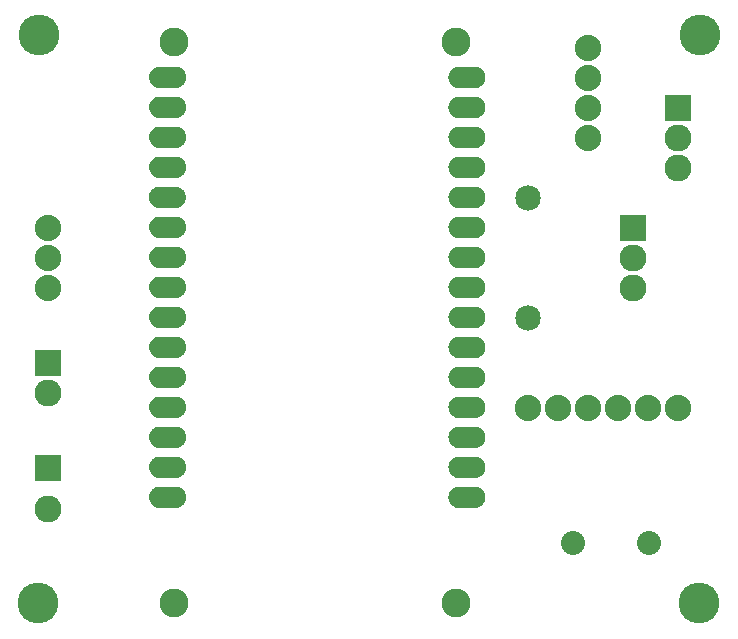
<source format=gbs>
G04 MADE WITH FRITZING*
G04 WWW.FRITZING.ORG*
G04 DOUBLE SIDED*
G04 HOLES PLATED*
G04 CONTOUR ON CENTER OF CONTOUR VECTOR*
%ASAXBY*%
%FSLAX23Y23*%
%MOIN*%
%OFA0B0*%
%SFA1.0B1.0*%
%ADD10C,0.062000*%
%ADD11C,0.088000*%
%ADD12C,0.080000*%
%ADD13C,0.090000*%
%ADD14C,0.096614*%
%ADD15C,0.135984*%
%ADD16C,0.085000*%
%ADD17R,0.090000X0.090000*%
%ADD18R,0.001000X0.001000*%
%LNMASK0*%
G90*
G70*
G54D10*
X1507Y429D03*
X1507Y529D03*
X1507Y629D03*
X1507Y729D03*
X1507Y829D03*
X1507Y929D03*
X1507Y1029D03*
X1507Y1129D03*
X1507Y1229D03*
X1507Y1329D03*
X1507Y1429D03*
X1507Y1529D03*
X1507Y1629D03*
X1507Y1729D03*
X1507Y1829D03*
X507Y1829D03*
X507Y1729D03*
X507Y1629D03*
X507Y1529D03*
X507Y1429D03*
X507Y1329D03*
X507Y1229D03*
X507Y1129D03*
X507Y1029D03*
X507Y929D03*
X507Y829D03*
X507Y729D03*
X507Y629D03*
X507Y529D03*
X507Y429D03*
G54D11*
X107Y1329D03*
X107Y1229D03*
X107Y1129D03*
X1907Y1929D03*
X1907Y1829D03*
X1907Y1729D03*
X1907Y1629D03*
X2207Y729D03*
X2107Y729D03*
X2007Y729D03*
X1907Y729D03*
X1807Y729D03*
X1707Y729D03*
G54D12*
X2112Y279D03*
X1857Y279D03*
G54D13*
X107Y879D03*
X107Y779D03*
X107Y529D03*
X107Y392D03*
G54D14*
X1470Y79D03*
X529Y79D03*
X1470Y1949D03*
X528Y1949D03*
G54D15*
X2282Y1971D03*
X75Y77D03*
X2280Y78D03*
X79Y1970D03*
G54D16*
X1707Y1029D03*
X1707Y1429D03*
G54D13*
X2207Y1729D03*
X2207Y1629D03*
X2207Y1529D03*
X2057Y1329D03*
X2057Y1229D03*
X2057Y1129D03*
G54D17*
X107Y879D03*
X107Y529D03*
X2207Y1729D03*
X2057Y1329D03*
G54D18*
X478Y1866D02*
X536Y1866D01*
X1476Y1866D02*
X1534Y1866D01*
X473Y1865D02*
X541Y1865D01*
X1471Y1865D02*
X1539Y1865D01*
X470Y1864D02*
X545Y1864D01*
X1467Y1864D02*
X1542Y1864D01*
X468Y1863D02*
X547Y1863D01*
X1465Y1863D02*
X1545Y1863D01*
X465Y1862D02*
X549Y1862D01*
X1463Y1862D02*
X1547Y1862D01*
X464Y1861D02*
X551Y1861D01*
X1461Y1861D02*
X1549Y1861D01*
X462Y1860D02*
X553Y1860D01*
X1459Y1860D02*
X1550Y1860D01*
X460Y1859D02*
X554Y1859D01*
X1458Y1859D02*
X1552Y1859D01*
X459Y1858D02*
X556Y1858D01*
X1456Y1858D02*
X1553Y1858D01*
X458Y1857D02*
X557Y1857D01*
X1455Y1857D02*
X1554Y1857D01*
X457Y1856D02*
X558Y1856D01*
X1454Y1856D02*
X1555Y1856D01*
X456Y1855D02*
X559Y1855D01*
X1453Y1855D02*
X1556Y1855D01*
X455Y1854D02*
X560Y1854D01*
X1452Y1854D02*
X1557Y1854D01*
X454Y1853D02*
X561Y1853D01*
X1452Y1853D02*
X1558Y1853D01*
X453Y1852D02*
X561Y1852D01*
X1451Y1852D02*
X1559Y1852D01*
X453Y1851D02*
X562Y1851D01*
X1450Y1851D02*
X1559Y1851D01*
X452Y1850D02*
X563Y1850D01*
X1449Y1850D02*
X1560Y1850D01*
X451Y1849D02*
X563Y1849D01*
X1449Y1849D02*
X1561Y1849D01*
X451Y1848D02*
X564Y1848D01*
X1448Y1848D02*
X1561Y1848D01*
X450Y1847D02*
X564Y1847D01*
X1448Y1847D02*
X1562Y1847D01*
X450Y1846D02*
X565Y1846D01*
X1447Y1846D02*
X1562Y1846D01*
X449Y1845D02*
X565Y1845D01*
X1447Y1845D02*
X1563Y1845D01*
X449Y1844D02*
X566Y1844D01*
X1446Y1844D02*
X1563Y1844D01*
X448Y1843D02*
X566Y1843D01*
X1446Y1843D02*
X1564Y1843D01*
X448Y1842D02*
X567Y1842D01*
X1446Y1842D02*
X1564Y1842D01*
X448Y1841D02*
X567Y1841D01*
X1445Y1841D02*
X1564Y1841D01*
X447Y1840D02*
X567Y1840D01*
X1445Y1840D02*
X1565Y1840D01*
X447Y1839D02*
X568Y1839D01*
X1445Y1839D02*
X1565Y1839D01*
X447Y1838D02*
X568Y1838D01*
X1444Y1838D02*
X1565Y1838D01*
X447Y1837D02*
X568Y1837D01*
X1444Y1837D02*
X1565Y1837D01*
X446Y1836D02*
X505Y1836D01*
X510Y1836D02*
X568Y1836D01*
X1444Y1836D02*
X1502Y1836D01*
X1506Y1836D02*
X1566Y1836D01*
X446Y1835D02*
X503Y1835D01*
X512Y1835D02*
X568Y1835D01*
X1444Y1835D02*
X1500Y1835D01*
X1508Y1835D02*
X1566Y1835D01*
X446Y1834D02*
X502Y1834D01*
X513Y1834D02*
X569Y1834D01*
X1444Y1834D02*
X1499Y1834D01*
X1509Y1834D02*
X1566Y1834D01*
X446Y1833D02*
X501Y1833D01*
X513Y1833D02*
X569Y1833D01*
X1443Y1833D02*
X1498Y1833D01*
X1510Y1833D02*
X1566Y1833D01*
X446Y1832D02*
X501Y1832D01*
X514Y1832D02*
X569Y1832D01*
X1443Y1832D02*
X1498Y1832D01*
X1510Y1832D02*
X1566Y1832D01*
X446Y1831D02*
X501Y1831D01*
X514Y1831D02*
X569Y1831D01*
X1443Y1831D02*
X1497Y1831D01*
X1511Y1831D02*
X1566Y1831D01*
X446Y1830D02*
X501Y1830D01*
X514Y1830D02*
X569Y1830D01*
X1443Y1830D02*
X1497Y1830D01*
X1511Y1830D02*
X1566Y1830D01*
X446Y1829D02*
X501Y1829D01*
X514Y1829D02*
X569Y1829D01*
X1443Y1829D02*
X1497Y1829D01*
X1511Y1829D02*
X1566Y1829D01*
X446Y1828D02*
X501Y1828D01*
X514Y1828D02*
X569Y1828D01*
X1443Y1828D02*
X1498Y1828D01*
X1510Y1828D02*
X1566Y1828D01*
X446Y1827D02*
X502Y1827D01*
X513Y1827D02*
X569Y1827D01*
X1443Y1827D02*
X1498Y1827D01*
X1510Y1827D02*
X1566Y1827D01*
X446Y1826D02*
X502Y1826D01*
X512Y1826D02*
X569Y1826D01*
X1444Y1826D02*
X1499Y1826D01*
X1509Y1826D02*
X1566Y1826D01*
X446Y1825D02*
X504Y1825D01*
X511Y1825D02*
X568Y1825D01*
X1444Y1825D02*
X1500Y1825D01*
X1508Y1825D02*
X1566Y1825D01*
X447Y1824D02*
X568Y1824D01*
X1444Y1824D02*
X1566Y1824D01*
X447Y1823D02*
X568Y1823D01*
X1444Y1823D02*
X1565Y1823D01*
X447Y1822D02*
X568Y1822D01*
X1444Y1822D02*
X1565Y1822D01*
X447Y1821D02*
X567Y1821D01*
X1445Y1821D02*
X1565Y1821D01*
X448Y1820D02*
X567Y1820D01*
X1445Y1820D02*
X1565Y1820D01*
X448Y1819D02*
X567Y1819D01*
X1445Y1819D02*
X1564Y1819D01*
X448Y1818D02*
X566Y1818D01*
X1446Y1818D02*
X1564Y1818D01*
X449Y1817D02*
X566Y1817D01*
X1446Y1817D02*
X1563Y1817D01*
X449Y1816D02*
X566Y1816D01*
X1446Y1816D02*
X1563Y1816D01*
X450Y1815D02*
X565Y1815D01*
X1447Y1815D02*
X1563Y1815D01*
X450Y1814D02*
X565Y1814D01*
X1447Y1814D02*
X1562Y1814D01*
X450Y1813D02*
X564Y1813D01*
X1448Y1813D02*
X1562Y1813D01*
X451Y1812D02*
X564Y1812D01*
X1448Y1812D02*
X1561Y1812D01*
X452Y1811D02*
X563Y1811D01*
X1449Y1811D02*
X1560Y1811D01*
X452Y1810D02*
X562Y1810D01*
X1450Y1810D02*
X1560Y1810D01*
X453Y1809D02*
X562Y1809D01*
X1450Y1809D02*
X1559Y1809D01*
X454Y1808D02*
X561Y1808D01*
X1451Y1808D02*
X1558Y1808D01*
X454Y1807D02*
X560Y1807D01*
X1452Y1807D02*
X1558Y1807D01*
X455Y1806D02*
X559Y1806D01*
X1453Y1806D02*
X1557Y1806D01*
X456Y1805D02*
X558Y1805D01*
X1454Y1805D02*
X1556Y1805D01*
X457Y1804D02*
X557Y1804D01*
X1455Y1804D02*
X1555Y1804D01*
X458Y1803D02*
X556Y1803D01*
X1456Y1803D02*
X1554Y1803D01*
X460Y1802D02*
X555Y1802D01*
X1457Y1802D02*
X1552Y1802D01*
X461Y1801D02*
X554Y1801D01*
X1459Y1801D02*
X1551Y1801D01*
X463Y1800D02*
X552Y1800D01*
X1460Y1800D02*
X1549Y1800D01*
X464Y1799D02*
X550Y1799D01*
X1462Y1799D02*
X1548Y1799D01*
X466Y1798D02*
X548Y1798D01*
X1464Y1798D02*
X1546Y1798D01*
X469Y1797D02*
X546Y1797D01*
X1466Y1797D02*
X1544Y1797D01*
X471Y1796D02*
X543Y1796D01*
X1469Y1796D02*
X1541Y1796D01*
X475Y1795D02*
X540Y1795D01*
X1473Y1795D02*
X1537Y1795D01*
X478Y1766D02*
X537Y1766D01*
X1476Y1766D02*
X1534Y1766D01*
X473Y1765D02*
X542Y1765D01*
X1471Y1765D02*
X1539Y1765D01*
X470Y1764D02*
X545Y1764D01*
X1467Y1764D02*
X1542Y1764D01*
X467Y1763D02*
X547Y1763D01*
X1465Y1763D02*
X1545Y1763D01*
X465Y1762D02*
X549Y1762D01*
X1463Y1762D02*
X1547Y1762D01*
X464Y1761D02*
X551Y1761D01*
X1461Y1761D02*
X1549Y1761D01*
X462Y1760D02*
X553Y1760D01*
X1459Y1760D02*
X1550Y1760D01*
X460Y1759D02*
X554Y1759D01*
X1458Y1759D02*
X1552Y1759D01*
X459Y1758D02*
X556Y1758D01*
X1456Y1758D02*
X1553Y1758D01*
X458Y1757D02*
X557Y1757D01*
X1455Y1757D02*
X1554Y1757D01*
X457Y1756D02*
X558Y1756D01*
X1454Y1756D02*
X1555Y1756D01*
X456Y1755D02*
X559Y1755D01*
X1453Y1755D02*
X1556Y1755D01*
X455Y1754D02*
X560Y1754D01*
X1452Y1754D02*
X1557Y1754D01*
X454Y1753D02*
X561Y1753D01*
X1451Y1753D02*
X1558Y1753D01*
X453Y1752D02*
X561Y1752D01*
X1451Y1752D02*
X1559Y1752D01*
X453Y1751D02*
X562Y1751D01*
X1450Y1751D02*
X1560Y1751D01*
X452Y1750D02*
X563Y1750D01*
X1449Y1750D02*
X1560Y1750D01*
X451Y1749D02*
X563Y1749D01*
X1449Y1749D02*
X1561Y1749D01*
X451Y1748D02*
X564Y1748D01*
X1448Y1748D02*
X1561Y1748D01*
X450Y1747D02*
X564Y1747D01*
X1448Y1747D02*
X1562Y1747D01*
X450Y1746D02*
X565Y1746D01*
X1447Y1746D02*
X1562Y1746D01*
X449Y1745D02*
X565Y1745D01*
X1447Y1745D02*
X1563Y1745D01*
X449Y1744D02*
X566Y1744D01*
X1446Y1744D02*
X1563Y1744D01*
X448Y1743D02*
X566Y1743D01*
X1446Y1743D02*
X1564Y1743D01*
X448Y1742D02*
X567Y1742D01*
X1445Y1742D02*
X1564Y1742D01*
X448Y1741D02*
X567Y1741D01*
X1445Y1741D02*
X1564Y1741D01*
X447Y1740D02*
X567Y1740D01*
X1445Y1740D02*
X1565Y1740D01*
X447Y1739D02*
X568Y1739D01*
X1445Y1739D02*
X1565Y1739D01*
X447Y1738D02*
X568Y1738D01*
X1444Y1738D02*
X1565Y1738D01*
X447Y1737D02*
X568Y1737D01*
X1444Y1737D02*
X1566Y1737D01*
X446Y1736D02*
X505Y1736D01*
X510Y1736D02*
X568Y1736D01*
X1444Y1736D02*
X1502Y1736D01*
X1506Y1736D02*
X1566Y1736D01*
X446Y1735D02*
X503Y1735D01*
X512Y1735D02*
X568Y1735D01*
X1444Y1735D02*
X1500Y1735D01*
X1508Y1735D02*
X1566Y1735D01*
X446Y1734D02*
X502Y1734D01*
X513Y1734D02*
X569Y1734D01*
X1444Y1734D02*
X1499Y1734D01*
X1509Y1734D02*
X1566Y1734D01*
X446Y1733D02*
X501Y1733D01*
X513Y1733D02*
X569Y1733D01*
X1443Y1733D02*
X1498Y1733D01*
X1510Y1733D02*
X1566Y1733D01*
X446Y1732D02*
X501Y1732D01*
X514Y1732D02*
X569Y1732D01*
X1443Y1732D02*
X1498Y1732D01*
X1510Y1732D02*
X1566Y1732D01*
X446Y1731D02*
X501Y1731D01*
X514Y1731D02*
X569Y1731D01*
X1443Y1731D02*
X1497Y1731D01*
X1511Y1731D02*
X1566Y1731D01*
X446Y1730D02*
X501Y1730D01*
X514Y1730D02*
X569Y1730D01*
X1443Y1730D02*
X1497Y1730D01*
X1511Y1730D02*
X1566Y1730D01*
X446Y1729D02*
X501Y1729D01*
X514Y1729D02*
X569Y1729D01*
X1443Y1729D02*
X1497Y1729D01*
X1511Y1729D02*
X1566Y1729D01*
X446Y1728D02*
X501Y1728D01*
X514Y1728D02*
X569Y1728D01*
X1443Y1728D02*
X1498Y1728D01*
X1510Y1728D02*
X1566Y1728D01*
X446Y1727D02*
X502Y1727D01*
X513Y1727D02*
X569Y1727D01*
X1443Y1727D02*
X1498Y1727D01*
X1510Y1727D02*
X1566Y1727D01*
X446Y1726D02*
X502Y1726D01*
X512Y1726D02*
X569Y1726D01*
X1444Y1726D02*
X1499Y1726D01*
X1509Y1726D02*
X1566Y1726D01*
X446Y1725D02*
X504Y1725D01*
X511Y1725D02*
X568Y1725D01*
X1444Y1725D02*
X1500Y1725D01*
X1508Y1725D02*
X1566Y1725D01*
X447Y1724D02*
X568Y1724D01*
X1444Y1724D02*
X1566Y1724D01*
X447Y1723D02*
X568Y1723D01*
X1444Y1723D02*
X1565Y1723D01*
X447Y1722D02*
X568Y1722D01*
X1444Y1722D02*
X1565Y1722D01*
X447Y1721D02*
X567Y1721D01*
X1445Y1721D02*
X1565Y1721D01*
X448Y1720D02*
X567Y1720D01*
X1445Y1720D02*
X1565Y1720D01*
X448Y1719D02*
X567Y1719D01*
X1445Y1719D02*
X1564Y1719D01*
X448Y1718D02*
X566Y1718D01*
X1446Y1718D02*
X1564Y1718D01*
X449Y1717D02*
X566Y1717D01*
X1446Y1717D02*
X1564Y1717D01*
X449Y1716D02*
X566Y1716D01*
X1446Y1716D02*
X1563Y1716D01*
X450Y1715D02*
X565Y1715D01*
X1447Y1715D02*
X1563Y1715D01*
X450Y1714D02*
X565Y1714D01*
X1447Y1714D02*
X1562Y1714D01*
X451Y1713D02*
X564Y1713D01*
X1448Y1713D02*
X1562Y1713D01*
X451Y1712D02*
X564Y1712D01*
X1448Y1712D02*
X1561Y1712D01*
X452Y1711D02*
X563Y1711D01*
X1449Y1711D02*
X1561Y1711D01*
X452Y1710D02*
X562Y1710D01*
X1450Y1710D02*
X1560Y1710D01*
X453Y1709D02*
X562Y1709D01*
X1450Y1709D02*
X1559Y1709D01*
X454Y1708D02*
X561Y1708D01*
X1451Y1708D02*
X1558Y1708D01*
X455Y1707D02*
X560Y1707D01*
X1452Y1707D02*
X1558Y1707D01*
X455Y1706D02*
X559Y1706D01*
X1453Y1706D02*
X1557Y1706D01*
X456Y1705D02*
X558Y1705D01*
X1454Y1705D02*
X1556Y1705D01*
X457Y1704D02*
X557Y1704D01*
X1455Y1704D02*
X1555Y1704D01*
X458Y1703D02*
X556Y1703D01*
X1456Y1703D02*
X1554Y1703D01*
X460Y1702D02*
X555Y1702D01*
X1457Y1702D02*
X1552Y1702D01*
X461Y1701D02*
X554Y1701D01*
X1459Y1701D02*
X1551Y1701D01*
X463Y1700D02*
X552Y1700D01*
X1460Y1700D02*
X1549Y1700D01*
X464Y1699D02*
X550Y1699D01*
X1462Y1699D02*
X1548Y1699D01*
X466Y1698D02*
X548Y1698D01*
X1464Y1698D02*
X1546Y1698D01*
X469Y1697D02*
X546Y1697D01*
X1466Y1697D02*
X1543Y1697D01*
X471Y1696D02*
X543Y1696D01*
X1469Y1696D02*
X1541Y1696D01*
X475Y1695D02*
X539Y1695D01*
X1473Y1695D02*
X1537Y1695D01*
X478Y1666D02*
X537Y1666D01*
X1475Y1666D02*
X1534Y1666D01*
X473Y1665D02*
X542Y1665D01*
X1470Y1665D02*
X1539Y1665D01*
X470Y1664D02*
X545Y1664D01*
X1467Y1664D02*
X1542Y1664D01*
X467Y1663D02*
X547Y1663D01*
X1465Y1663D02*
X1545Y1663D01*
X465Y1662D02*
X549Y1662D01*
X1463Y1662D02*
X1547Y1662D01*
X463Y1661D02*
X551Y1661D01*
X1461Y1661D02*
X1549Y1661D01*
X462Y1660D02*
X553Y1660D01*
X1459Y1660D02*
X1550Y1660D01*
X460Y1659D02*
X554Y1659D01*
X1458Y1659D02*
X1552Y1659D01*
X459Y1658D02*
X556Y1658D01*
X1456Y1658D02*
X1553Y1658D01*
X458Y1657D02*
X557Y1657D01*
X1455Y1657D02*
X1554Y1657D01*
X457Y1656D02*
X558Y1656D01*
X1454Y1656D02*
X1555Y1656D01*
X456Y1655D02*
X559Y1655D01*
X1453Y1655D02*
X1556Y1655D01*
X455Y1654D02*
X560Y1654D01*
X1452Y1654D02*
X1557Y1654D01*
X454Y1653D02*
X561Y1653D01*
X1451Y1653D02*
X1558Y1653D01*
X453Y1652D02*
X561Y1652D01*
X1451Y1652D02*
X1559Y1652D01*
X453Y1651D02*
X562Y1651D01*
X1450Y1651D02*
X1560Y1651D01*
X452Y1650D02*
X563Y1650D01*
X1449Y1650D02*
X1560Y1650D01*
X451Y1649D02*
X563Y1649D01*
X1449Y1649D02*
X1561Y1649D01*
X451Y1648D02*
X564Y1648D01*
X1448Y1648D02*
X1561Y1648D01*
X450Y1647D02*
X565Y1647D01*
X1448Y1647D02*
X1562Y1647D01*
X450Y1646D02*
X565Y1646D01*
X1447Y1646D02*
X1562Y1646D01*
X449Y1645D02*
X565Y1645D01*
X1447Y1645D02*
X1563Y1645D01*
X449Y1644D02*
X566Y1644D01*
X1446Y1644D02*
X1563Y1644D01*
X448Y1643D02*
X566Y1643D01*
X1446Y1643D02*
X1564Y1643D01*
X448Y1642D02*
X567Y1642D01*
X1445Y1642D02*
X1564Y1642D01*
X448Y1641D02*
X567Y1641D01*
X1445Y1641D02*
X1564Y1641D01*
X447Y1640D02*
X567Y1640D01*
X1445Y1640D02*
X1565Y1640D01*
X447Y1639D02*
X568Y1639D01*
X1445Y1639D02*
X1565Y1639D01*
X447Y1638D02*
X568Y1638D01*
X1444Y1638D02*
X1565Y1638D01*
X447Y1637D02*
X568Y1637D01*
X1444Y1637D02*
X1565Y1637D01*
X446Y1636D02*
X505Y1636D01*
X510Y1636D02*
X568Y1636D01*
X1444Y1636D02*
X1502Y1636D01*
X1506Y1636D02*
X1566Y1636D01*
X446Y1635D02*
X503Y1635D01*
X512Y1635D02*
X568Y1635D01*
X1444Y1635D02*
X1500Y1635D01*
X1508Y1635D02*
X1566Y1635D01*
X446Y1634D02*
X502Y1634D01*
X513Y1634D02*
X569Y1634D01*
X1444Y1634D02*
X1499Y1634D01*
X1509Y1634D02*
X1566Y1634D01*
X446Y1633D02*
X501Y1633D01*
X513Y1633D02*
X569Y1633D01*
X1443Y1633D02*
X1498Y1633D01*
X1510Y1633D02*
X1566Y1633D01*
X446Y1632D02*
X501Y1632D01*
X514Y1632D02*
X569Y1632D01*
X1443Y1632D02*
X1498Y1632D01*
X1510Y1632D02*
X1566Y1632D01*
X446Y1631D02*
X501Y1631D01*
X514Y1631D02*
X569Y1631D01*
X1443Y1631D02*
X1497Y1631D01*
X1511Y1631D02*
X1566Y1631D01*
X446Y1630D02*
X501Y1630D01*
X514Y1630D02*
X569Y1630D01*
X1443Y1630D02*
X1497Y1630D01*
X1511Y1630D02*
X1566Y1630D01*
X446Y1629D02*
X501Y1629D01*
X514Y1629D02*
X569Y1629D01*
X1443Y1629D02*
X1497Y1629D01*
X1511Y1629D02*
X1566Y1629D01*
X446Y1628D02*
X501Y1628D01*
X514Y1628D02*
X569Y1628D01*
X1443Y1628D02*
X1498Y1628D01*
X1510Y1628D02*
X1566Y1628D01*
X446Y1627D02*
X502Y1627D01*
X513Y1627D02*
X569Y1627D01*
X1444Y1627D02*
X1498Y1627D01*
X1510Y1627D02*
X1566Y1627D01*
X446Y1626D02*
X502Y1626D01*
X512Y1626D02*
X568Y1626D01*
X1444Y1626D02*
X1499Y1626D01*
X1509Y1626D02*
X1566Y1626D01*
X446Y1625D02*
X504Y1625D01*
X511Y1625D02*
X568Y1625D01*
X1444Y1625D02*
X1500Y1625D01*
X1508Y1625D02*
X1566Y1625D01*
X447Y1624D02*
X568Y1624D01*
X1444Y1624D02*
X1566Y1624D01*
X447Y1623D02*
X568Y1623D01*
X1444Y1623D02*
X1565Y1623D01*
X447Y1622D02*
X568Y1622D01*
X1444Y1622D02*
X1565Y1622D01*
X447Y1621D02*
X567Y1621D01*
X1445Y1621D02*
X1565Y1621D01*
X448Y1620D02*
X567Y1620D01*
X1445Y1620D02*
X1565Y1620D01*
X448Y1619D02*
X567Y1619D01*
X1445Y1619D02*
X1564Y1619D01*
X448Y1618D02*
X566Y1618D01*
X1446Y1618D02*
X1564Y1618D01*
X449Y1617D02*
X566Y1617D01*
X1446Y1617D02*
X1563Y1617D01*
X449Y1616D02*
X566Y1616D01*
X1446Y1616D02*
X1563Y1616D01*
X450Y1615D02*
X565Y1615D01*
X1447Y1615D02*
X1563Y1615D01*
X450Y1614D02*
X565Y1614D01*
X1447Y1614D02*
X1562Y1614D01*
X451Y1613D02*
X564Y1613D01*
X1448Y1613D02*
X1562Y1613D01*
X451Y1612D02*
X564Y1612D01*
X1449Y1612D02*
X1561Y1612D01*
X452Y1611D02*
X563Y1611D01*
X1449Y1611D02*
X1560Y1611D01*
X452Y1610D02*
X562Y1610D01*
X1450Y1610D02*
X1560Y1610D01*
X453Y1609D02*
X562Y1609D01*
X1450Y1609D02*
X1559Y1609D01*
X454Y1608D02*
X561Y1608D01*
X1451Y1608D02*
X1558Y1608D01*
X455Y1607D02*
X560Y1607D01*
X1452Y1607D02*
X1558Y1607D01*
X455Y1606D02*
X559Y1606D01*
X1453Y1606D02*
X1557Y1606D01*
X456Y1605D02*
X558Y1605D01*
X1454Y1605D02*
X1556Y1605D01*
X457Y1604D02*
X557Y1604D01*
X1455Y1604D02*
X1555Y1604D01*
X459Y1603D02*
X556Y1603D01*
X1456Y1603D02*
X1554Y1603D01*
X460Y1602D02*
X555Y1602D01*
X1457Y1602D02*
X1552Y1602D01*
X461Y1601D02*
X554Y1601D01*
X1459Y1601D02*
X1551Y1601D01*
X463Y1600D02*
X552Y1600D01*
X1460Y1600D02*
X1549Y1600D01*
X464Y1599D02*
X550Y1599D01*
X1462Y1599D02*
X1548Y1599D01*
X467Y1598D02*
X548Y1598D01*
X1464Y1598D02*
X1546Y1598D01*
X469Y1597D02*
X546Y1597D01*
X1466Y1597D02*
X1543Y1597D01*
X472Y1596D02*
X543Y1596D01*
X1469Y1596D02*
X1541Y1596D01*
X476Y1595D02*
X539Y1595D01*
X1473Y1595D02*
X1537Y1595D01*
X478Y1566D02*
X537Y1566D01*
X1475Y1566D02*
X1534Y1566D01*
X473Y1565D02*
X542Y1565D01*
X1470Y1565D02*
X1539Y1565D01*
X470Y1564D02*
X545Y1564D01*
X1467Y1564D02*
X1542Y1564D01*
X467Y1563D02*
X547Y1563D01*
X1465Y1563D02*
X1545Y1563D01*
X465Y1562D02*
X550Y1562D01*
X1463Y1562D02*
X1547Y1562D01*
X463Y1561D02*
X551Y1561D01*
X1461Y1561D02*
X1549Y1561D01*
X462Y1560D02*
X553Y1560D01*
X1459Y1560D02*
X1550Y1560D01*
X460Y1559D02*
X554Y1559D01*
X1458Y1559D02*
X1552Y1559D01*
X459Y1558D02*
X556Y1558D01*
X1456Y1558D02*
X1553Y1558D01*
X458Y1557D02*
X557Y1557D01*
X1455Y1557D02*
X1554Y1557D01*
X457Y1556D02*
X558Y1556D01*
X1454Y1556D02*
X1555Y1556D01*
X456Y1555D02*
X559Y1555D01*
X1453Y1555D02*
X1556Y1555D01*
X455Y1554D02*
X560Y1554D01*
X1452Y1554D02*
X1557Y1554D01*
X454Y1553D02*
X561Y1553D01*
X1451Y1553D02*
X1558Y1553D01*
X453Y1552D02*
X561Y1552D01*
X1451Y1552D02*
X1559Y1552D01*
X453Y1551D02*
X562Y1551D01*
X1450Y1551D02*
X1560Y1551D01*
X452Y1550D02*
X563Y1550D01*
X1449Y1550D02*
X1560Y1550D01*
X451Y1549D02*
X563Y1549D01*
X1449Y1549D02*
X1561Y1549D01*
X451Y1548D02*
X564Y1548D01*
X1448Y1548D02*
X1561Y1548D01*
X450Y1547D02*
X565Y1547D01*
X1448Y1547D02*
X1562Y1547D01*
X450Y1546D02*
X565Y1546D01*
X1447Y1546D02*
X1562Y1546D01*
X449Y1545D02*
X565Y1545D01*
X1447Y1545D02*
X1563Y1545D01*
X449Y1544D02*
X566Y1544D01*
X1446Y1544D02*
X1563Y1544D01*
X448Y1543D02*
X566Y1543D01*
X1446Y1543D02*
X1564Y1543D01*
X448Y1542D02*
X567Y1542D01*
X1445Y1542D02*
X1564Y1542D01*
X448Y1541D02*
X567Y1541D01*
X1445Y1541D02*
X1565Y1541D01*
X447Y1540D02*
X567Y1540D01*
X1445Y1540D02*
X1565Y1540D01*
X447Y1539D02*
X568Y1539D01*
X1445Y1539D02*
X1565Y1539D01*
X447Y1538D02*
X568Y1538D01*
X1444Y1538D02*
X1565Y1538D01*
X447Y1537D02*
X568Y1537D01*
X1444Y1537D02*
X1566Y1537D01*
X446Y1536D02*
X505Y1536D01*
X510Y1536D02*
X568Y1536D01*
X1444Y1536D02*
X1501Y1536D01*
X1507Y1536D02*
X1566Y1536D01*
X446Y1535D02*
X503Y1535D01*
X512Y1535D02*
X568Y1535D01*
X1444Y1535D02*
X1500Y1535D01*
X1509Y1535D02*
X1566Y1535D01*
X446Y1534D02*
X502Y1534D01*
X513Y1534D02*
X569Y1534D01*
X1444Y1534D02*
X1499Y1534D01*
X1510Y1534D02*
X1566Y1534D01*
X446Y1533D02*
X501Y1533D01*
X514Y1533D02*
X569Y1533D01*
X1443Y1533D02*
X1498Y1533D01*
X1510Y1533D02*
X1566Y1533D01*
X446Y1532D02*
X501Y1532D01*
X514Y1532D02*
X569Y1532D01*
X1443Y1532D02*
X1497Y1532D01*
X1511Y1532D02*
X1566Y1532D01*
X446Y1531D02*
X501Y1531D01*
X514Y1531D02*
X569Y1531D01*
X1443Y1531D02*
X1497Y1531D01*
X1511Y1531D02*
X1566Y1531D01*
X446Y1530D02*
X501Y1530D01*
X514Y1530D02*
X569Y1530D01*
X1443Y1530D02*
X1497Y1530D01*
X1511Y1530D02*
X1566Y1530D01*
X446Y1529D02*
X501Y1529D01*
X514Y1529D02*
X569Y1529D01*
X1443Y1529D02*
X1497Y1529D01*
X1511Y1529D02*
X1566Y1529D01*
X446Y1528D02*
X501Y1528D01*
X514Y1528D02*
X569Y1528D01*
X1443Y1528D02*
X1498Y1528D01*
X1510Y1528D02*
X1566Y1528D01*
X446Y1527D02*
X502Y1527D01*
X513Y1527D02*
X569Y1527D01*
X1444Y1527D02*
X1498Y1527D01*
X1510Y1527D02*
X1566Y1527D01*
X446Y1526D02*
X502Y1526D01*
X512Y1526D02*
X568Y1526D01*
X1444Y1526D02*
X1499Y1526D01*
X1509Y1526D02*
X1566Y1526D01*
X446Y1525D02*
X504Y1525D01*
X511Y1525D02*
X568Y1525D01*
X1444Y1525D02*
X1500Y1525D01*
X1508Y1525D02*
X1566Y1525D01*
X447Y1524D02*
X568Y1524D01*
X1444Y1524D02*
X1566Y1524D01*
X447Y1523D02*
X568Y1523D01*
X1444Y1523D02*
X1565Y1523D01*
X447Y1522D02*
X568Y1522D01*
X1444Y1522D02*
X1565Y1522D01*
X447Y1521D02*
X567Y1521D01*
X1445Y1521D02*
X1565Y1521D01*
X448Y1520D02*
X567Y1520D01*
X1445Y1520D02*
X1565Y1520D01*
X448Y1519D02*
X567Y1519D01*
X1445Y1519D02*
X1564Y1519D01*
X448Y1518D02*
X566Y1518D01*
X1446Y1518D02*
X1564Y1518D01*
X449Y1517D02*
X566Y1517D01*
X1446Y1517D02*
X1564Y1517D01*
X449Y1516D02*
X566Y1516D01*
X1447Y1516D02*
X1563Y1516D01*
X450Y1515D02*
X565Y1515D01*
X1447Y1515D02*
X1563Y1515D01*
X450Y1514D02*
X565Y1514D01*
X1447Y1514D02*
X1562Y1514D01*
X451Y1513D02*
X564Y1513D01*
X1448Y1513D02*
X1562Y1513D01*
X451Y1512D02*
X564Y1512D01*
X1449Y1512D02*
X1561Y1512D01*
X452Y1511D02*
X563Y1511D01*
X1449Y1511D02*
X1560Y1511D01*
X452Y1510D02*
X562Y1510D01*
X1450Y1510D02*
X1560Y1510D01*
X453Y1509D02*
X562Y1509D01*
X1450Y1509D02*
X1559Y1509D01*
X454Y1508D02*
X561Y1508D01*
X1451Y1508D02*
X1558Y1508D01*
X455Y1507D02*
X560Y1507D01*
X1452Y1507D02*
X1558Y1507D01*
X455Y1506D02*
X559Y1506D01*
X1453Y1506D02*
X1557Y1506D01*
X456Y1505D02*
X558Y1505D01*
X1454Y1505D02*
X1556Y1505D01*
X457Y1504D02*
X557Y1504D01*
X1455Y1504D02*
X1555Y1504D01*
X459Y1503D02*
X556Y1503D01*
X1456Y1503D02*
X1554Y1503D01*
X460Y1502D02*
X555Y1502D01*
X1457Y1502D02*
X1552Y1502D01*
X461Y1501D02*
X553Y1501D01*
X1459Y1501D02*
X1551Y1501D01*
X463Y1500D02*
X552Y1500D01*
X1460Y1500D02*
X1549Y1500D01*
X465Y1499D02*
X550Y1499D01*
X1462Y1499D02*
X1548Y1499D01*
X467Y1498D02*
X548Y1498D01*
X1464Y1498D02*
X1546Y1498D01*
X469Y1497D02*
X546Y1497D01*
X1466Y1497D02*
X1543Y1497D01*
X472Y1496D02*
X543Y1496D01*
X1469Y1496D02*
X1540Y1496D01*
X476Y1495D02*
X539Y1495D01*
X1473Y1495D02*
X1536Y1495D01*
X477Y1466D02*
X536Y1466D01*
X1475Y1466D02*
X1535Y1466D01*
X472Y1465D02*
X541Y1465D01*
X1470Y1465D02*
X1539Y1465D01*
X469Y1464D02*
X544Y1464D01*
X1467Y1464D02*
X1542Y1464D01*
X466Y1463D02*
X546Y1463D01*
X1465Y1463D02*
X1545Y1463D01*
X464Y1462D02*
X549Y1462D01*
X1463Y1462D02*
X1547Y1462D01*
X462Y1461D02*
X550Y1461D01*
X1461Y1461D02*
X1549Y1461D01*
X461Y1460D02*
X552Y1460D01*
X1459Y1460D02*
X1550Y1460D01*
X459Y1459D02*
X553Y1459D01*
X1458Y1459D02*
X1552Y1459D01*
X458Y1458D02*
X555Y1458D01*
X1456Y1458D02*
X1553Y1458D01*
X457Y1457D02*
X556Y1457D01*
X1455Y1457D02*
X1554Y1457D01*
X456Y1456D02*
X557Y1456D01*
X1454Y1456D02*
X1555Y1456D01*
X455Y1455D02*
X558Y1455D01*
X1453Y1455D02*
X1556Y1455D01*
X454Y1454D02*
X559Y1454D01*
X1452Y1454D02*
X1557Y1454D01*
X453Y1453D02*
X560Y1453D01*
X1451Y1453D02*
X1558Y1453D01*
X452Y1452D02*
X560Y1452D01*
X1451Y1452D02*
X1559Y1452D01*
X452Y1451D02*
X561Y1451D01*
X1450Y1451D02*
X1560Y1451D01*
X451Y1450D02*
X562Y1450D01*
X1449Y1450D02*
X1560Y1450D01*
X450Y1449D02*
X562Y1449D01*
X1449Y1449D02*
X1561Y1449D01*
X450Y1448D02*
X563Y1448D01*
X1448Y1448D02*
X1561Y1448D01*
X449Y1447D02*
X564Y1447D01*
X1448Y1447D02*
X1562Y1447D01*
X449Y1446D02*
X564Y1446D01*
X1447Y1446D02*
X1562Y1446D01*
X448Y1445D02*
X564Y1445D01*
X1447Y1445D02*
X1563Y1445D01*
X448Y1444D02*
X565Y1444D01*
X1446Y1444D02*
X1563Y1444D01*
X447Y1443D02*
X565Y1443D01*
X1446Y1443D02*
X1564Y1443D01*
X447Y1442D02*
X566Y1442D01*
X1445Y1442D02*
X1564Y1442D01*
X447Y1441D02*
X566Y1441D01*
X1445Y1441D02*
X1564Y1441D01*
X446Y1440D02*
X566Y1440D01*
X1445Y1440D02*
X1565Y1440D01*
X446Y1439D02*
X567Y1439D01*
X1445Y1439D02*
X1565Y1439D01*
X446Y1438D02*
X567Y1438D01*
X1444Y1438D02*
X1565Y1438D01*
X446Y1437D02*
X567Y1437D01*
X1444Y1437D02*
X1565Y1437D01*
X445Y1436D02*
X504Y1436D01*
X509Y1436D02*
X567Y1436D01*
X1444Y1436D02*
X1501Y1436D01*
X1507Y1436D02*
X1566Y1436D01*
X445Y1435D02*
X502Y1435D01*
X511Y1435D02*
X567Y1435D01*
X1444Y1435D02*
X1500Y1435D01*
X1508Y1435D02*
X1566Y1435D01*
X445Y1434D02*
X501Y1434D01*
X512Y1434D02*
X568Y1434D01*
X1444Y1434D02*
X1499Y1434D01*
X1509Y1434D02*
X1566Y1434D01*
X445Y1433D02*
X500Y1433D01*
X512Y1433D02*
X568Y1433D01*
X1443Y1433D02*
X1498Y1433D01*
X1510Y1433D02*
X1566Y1433D01*
X445Y1432D02*
X500Y1432D01*
X513Y1432D02*
X568Y1432D01*
X1443Y1432D02*
X1498Y1432D01*
X1510Y1432D02*
X1566Y1432D01*
X445Y1431D02*
X500Y1431D01*
X513Y1431D02*
X568Y1431D01*
X1443Y1431D02*
X1498Y1431D01*
X1510Y1431D02*
X1566Y1431D01*
X445Y1430D02*
X500Y1430D01*
X513Y1430D02*
X568Y1430D01*
X1443Y1430D02*
X1498Y1430D01*
X1510Y1430D02*
X1566Y1430D01*
X445Y1429D02*
X500Y1429D01*
X513Y1429D02*
X568Y1429D01*
X1443Y1429D02*
X1498Y1429D01*
X1510Y1429D02*
X1566Y1429D01*
X445Y1428D02*
X500Y1428D01*
X513Y1428D02*
X568Y1428D01*
X1443Y1428D02*
X1498Y1428D01*
X1510Y1428D02*
X1566Y1428D01*
X445Y1427D02*
X501Y1427D01*
X512Y1427D02*
X568Y1427D01*
X1444Y1427D02*
X1499Y1427D01*
X1509Y1427D02*
X1566Y1427D01*
X445Y1426D02*
X502Y1426D01*
X511Y1426D02*
X567Y1426D01*
X1444Y1426D02*
X1499Y1426D01*
X1509Y1426D02*
X1566Y1426D01*
X445Y1425D02*
X503Y1425D01*
X510Y1425D02*
X567Y1425D01*
X1444Y1425D02*
X1501Y1425D01*
X1507Y1425D02*
X1566Y1425D01*
X446Y1424D02*
X567Y1424D01*
X1444Y1424D02*
X1566Y1424D01*
X446Y1423D02*
X567Y1423D01*
X1444Y1423D02*
X1565Y1423D01*
X446Y1422D02*
X567Y1422D01*
X1444Y1422D02*
X1565Y1422D01*
X446Y1421D02*
X566Y1421D01*
X1445Y1421D02*
X1565Y1421D01*
X447Y1420D02*
X566Y1420D01*
X1445Y1420D02*
X1565Y1420D01*
X447Y1419D02*
X566Y1419D01*
X1445Y1419D02*
X1564Y1419D01*
X447Y1418D02*
X565Y1418D01*
X1446Y1418D02*
X1564Y1418D01*
X448Y1417D02*
X565Y1417D01*
X1446Y1417D02*
X1563Y1417D01*
X448Y1416D02*
X565Y1416D01*
X1447Y1416D02*
X1563Y1416D01*
X449Y1415D02*
X564Y1415D01*
X1447Y1415D02*
X1563Y1415D01*
X449Y1414D02*
X564Y1414D01*
X1447Y1414D02*
X1562Y1414D01*
X450Y1413D02*
X563Y1413D01*
X1448Y1413D02*
X1562Y1413D01*
X450Y1412D02*
X563Y1412D01*
X1449Y1412D02*
X1561Y1412D01*
X451Y1411D02*
X562Y1411D01*
X1449Y1411D02*
X1560Y1411D01*
X451Y1410D02*
X561Y1410D01*
X1450Y1410D02*
X1560Y1410D01*
X452Y1409D02*
X561Y1409D01*
X1450Y1409D02*
X1559Y1409D01*
X453Y1408D02*
X560Y1408D01*
X1451Y1408D02*
X1558Y1408D01*
X454Y1407D02*
X559Y1407D01*
X1452Y1407D02*
X1558Y1407D01*
X454Y1406D02*
X558Y1406D01*
X1453Y1406D02*
X1557Y1406D01*
X455Y1405D02*
X557Y1405D01*
X1454Y1405D02*
X1556Y1405D01*
X456Y1404D02*
X556Y1404D01*
X1455Y1404D02*
X1555Y1404D01*
X458Y1403D02*
X555Y1403D01*
X1456Y1403D02*
X1554Y1403D01*
X459Y1402D02*
X554Y1402D01*
X1457Y1402D02*
X1552Y1402D01*
X460Y1401D02*
X552Y1401D01*
X1459Y1401D02*
X1551Y1401D01*
X462Y1400D02*
X551Y1400D01*
X1460Y1400D02*
X1549Y1400D01*
X464Y1399D02*
X549Y1399D01*
X1462Y1399D02*
X1548Y1399D01*
X466Y1398D02*
X547Y1398D01*
X1464Y1398D02*
X1545Y1398D01*
X468Y1397D02*
X545Y1397D01*
X1466Y1397D02*
X1543Y1397D01*
X471Y1396D02*
X542Y1396D01*
X1469Y1396D02*
X1540Y1396D01*
X475Y1395D02*
X538Y1395D01*
X1473Y1395D02*
X1536Y1395D01*
X477Y1366D02*
X537Y1366D01*
X1475Y1366D02*
X1535Y1366D01*
X473Y1365D02*
X542Y1365D01*
X1470Y1365D02*
X1539Y1365D01*
X470Y1364D02*
X545Y1364D01*
X1467Y1364D02*
X1542Y1364D01*
X467Y1363D02*
X548Y1363D01*
X1465Y1363D02*
X1545Y1363D01*
X465Y1362D02*
X550Y1362D01*
X1462Y1362D02*
X1547Y1362D01*
X463Y1361D02*
X551Y1361D01*
X1461Y1361D02*
X1549Y1361D01*
X462Y1360D02*
X553Y1360D01*
X1459Y1360D02*
X1551Y1360D01*
X460Y1359D02*
X555Y1359D01*
X1458Y1359D02*
X1552Y1359D01*
X459Y1358D02*
X556Y1358D01*
X1456Y1358D02*
X1553Y1358D01*
X458Y1357D02*
X557Y1357D01*
X1455Y1357D02*
X1554Y1357D01*
X457Y1356D02*
X558Y1356D01*
X1454Y1356D02*
X1555Y1356D01*
X456Y1355D02*
X559Y1355D01*
X1453Y1355D02*
X1556Y1355D01*
X455Y1354D02*
X560Y1354D01*
X1452Y1354D02*
X1557Y1354D01*
X454Y1353D02*
X561Y1353D01*
X1451Y1353D02*
X1558Y1353D01*
X453Y1352D02*
X561Y1352D01*
X1451Y1352D02*
X1559Y1352D01*
X453Y1351D02*
X562Y1351D01*
X1450Y1351D02*
X1560Y1351D01*
X452Y1350D02*
X563Y1350D01*
X1449Y1350D02*
X1560Y1350D01*
X451Y1349D02*
X563Y1349D01*
X1449Y1349D02*
X1561Y1349D01*
X451Y1348D02*
X564Y1348D01*
X1448Y1348D02*
X1561Y1348D01*
X450Y1347D02*
X565Y1347D01*
X1448Y1347D02*
X1562Y1347D01*
X450Y1346D02*
X565Y1346D01*
X1447Y1346D02*
X1562Y1346D01*
X449Y1345D02*
X566Y1345D01*
X1447Y1345D02*
X1563Y1345D01*
X449Y1344D02*
X566Y1344D01*
X1446Y1344D02*
X1563Y1344D01*
X448Y1343D02*
X566Y1343D01*
X1446Y1343D02*
X1564Y1343D01*
X448Y1342D02*
X567Y1342D01*
X1445Y1342D02*
X1564Y1342D01*
X448Y1341D02*
X567Y1341D01*
X1445Y1341D02*
X1564Y1341D01*
X447Y1340D02*
X567Y1340D01*
X1445Y1340D02*
X1565Y1340D01*
X447Y1339D02*
X568Y1339D01*
X1445Y1339D02*
X1565Y1339D01*
X447Y1338D02*
X568Y1338D01*
X1444Y1338D02*
X1565Y1338D01*
X447Y1337D02*
X568Y1337D01*
X1444Y1337D02*
X1566Y1337D01*
X446Y1336D02*
X505Y1336D01*
X510Y1336D02*
X568Y1336D01*
X1444Y1336D02*
X1501Y1336D01*
X1507Y1336D02*
X1566Y1336D01*
X446Y1335D02*
X503Y1335D01*
X512Y1335D02*
X568Y1335D01*
X1444Y1335D02*
X1500Y1335D01*
X1508Y1335D02*
X1566Y1335D01*
X446Y1334D02*
X502Y1334D01*
X513Y1334D02*
X569Y1334D01*
X1444Y1334D02*
X1499Y1334D01*
X1509Y1334D02*
X1566Y1334D01*
X446Y1333D02*
X501Y1333D01*
X513Y1333D02*
X569Y1333D01*
X1443Y1333D02*
X1498Y1333D01*
X1510Y1333D02*
X1566Y1333D01*
X446Y1332D02*
X501Y1332D01*
X514Y1332D02*
X569Y1332D01*
X1443Y1332D02*
X1498Y1332D01*
X1510Y1332D02*
X1566Y1332D01*
X446Y1331D02*
X501Y1331D01*
X514Y1331D02*
X569Y1331D01*
X1443Y1331D02*
X1498Y1331D01*
X1510Y1331D02*
X1566Y1331D01*
X446Y1330D02*
X501Y1330D01*
X514Y1330D02*
X569Y1330D01*
X1443Y1330D02*
X1498Y1330D01*
X1510Y1330D02*
X1566Y1330D01*
X446Y1329D02*
X501Y1329D01*
X514Y1329D02*
X569Y1329D01*
X1443Y1329D02*
X1498Y1329D01*
X1510Y1329D02*
X1566Y1329D01*
X446Y1328D02*
X501Y1328D01*
X514Y1328D02*
X569Y1328D01*
X1443Y1328D02*
X1498Y1328D01*
X1510Y1328D02*
X1566Y1328D01*
X446Y1327D02*
X502Y1327D01*
X513Y1327D02*
X569Y1327D01*
X1444Y1327D02*
X1499Y1327D01*
X1509Y1327D02*
X1566Y1327D01*
X446Y1326D02*
X503Y1326D01*
X512Y1326D02*
X568Y1326D01*
X1444Y1326D02*
X1499Y1326D01*
X1509Y1326D02*
X1566Y1326D01*
X446Y1325D02*
X504Y1325D01*
X511Y1325D02*
X568Y1325D01*
X1444Y1325D02*
X1501Y1325D01*
X1507Y1325D02*
X1566Y1325D01*
X447Y1324D02*
X568Y1324D01*
X1444Y1324D02*
X1566Y1324D01*
X447Y1323D02*
X568Y1323D01*
X1444Y1323D02*
X1565Y1323D01*
X447Y1322D02*
X568Y1322D01*
X1444Y1322D02*
X1565Y1322D01*
X447Y1321D02*
X567Y1321D01*
X1445Y1321D02*
X1565Y1321D01*
X448Y1320D02*
X567Y1320D01*
X1445Y1320D02*
X1565Y1320D01*
X448Y1319D02*
X567Y1319D01*
X1445Y1319D02*
X1564Y1319D01*
X448Y1318D02*
X566Y1318D01*
X1446Y1318D02*
X1564Y1318D01*
X449Y1317D02*
X566Y1317D01*
X1446Y1317D02*
X1563Y1317D01*
X449Y1316D02*
X566Y1316D01*
X1447Y1316D02*
X1563Y1316D01*
X450Y1315D02*
X565Y1315D01*
X1447Y1315D02*
X1563Y1315D01*
X450Y1314D02*
X565Y1314D01*
X1447Y1314D02*
X1562Y1314D01*
X451Y1313D02*
X564Y1313D01*
X1448Y1313D02*
X1562Y1313D01*
X451Y1312D02*
X564Y1312D01*
X1449Y1312D02*
X1561Y1312D01*
X452Y1311D02*
X563Y1311D01*
X1449Y1311D02*
X1560Y1311D01*
X452Y1310D02*
X562Y1310D01*
X1450Y1310D02*
X1560Y1310D01*
X453Y1309D02*
X562Y1309D01*
X1451Y1309D02*
X1559Y1309D01*
X454Y1308D02*
X561Y1308D01*
X1451Y1308D02*
X1558Y1308D01*
X455Y1307D02*
X560Y1307D01*
X1452Y1307D02*
X1558Y1307D01*
X456Y1306D02*
X559Y1306D01*
X1453Y1306D02*
X1557Y1306D01*
X456Y1305D02*
X558Y1305D01*
X1454Y1305D02*
X1556Y1305D01*
X458Y1304D02*
X557Y1304D01*
X1455Y1304D02*
X1555Y1304D01*
X459Y1303D02*
X556Y1303D01*
X1456Y1303D02*
X1554Y1303D01*
X460Y1302D02*
X555Y1302D01*
X1457Y1302D02*
X1552Y1302D01*
X461Y1301D02*
X553Y1301D01*
X1459Y1301D02*
X1551Y1301D01*
X463Y1300D02*
X552Y1300D01*
X1460Y1300D02*
X1549Y1300D01*
X465Y1299D02*
X550Y1299D01*
X1462Y1299D02*
X1547Y1299D01*
X467Y1298D02*
X548Y1298D01*
X1464Y1298D02*
X1545Y1298D01*
X469Y1297D02*
X546Y1297D01*
X1466Y1297D02*
X1543Y1297D01*
X472Y1296D02*
X543Y1296D01*
X1469Y1296D02*
X1540Y1296D01*
X476Y1295D02*
X539Y1295D01*
X1474Y1295D02*
X1536Y1295D01*
X477Y1266D02*
X538Y1266D01*
X1475Y1266D02*
X1535Y1266D01*
X473Y1265D02*
X542Y1265D01*
X1470Y1265D02*
X1540Y1265D01*
X470Y1264D02*
X545Y1264D01*
X1467Y1264D02*
X1543Y1264D01*
X467Y1263D02*
X548Y1263D01*
X1465Y1263D02*
X1545Y1263D01*
X465Y1262D02*
X550Y1262D01*
X1462Y1262D02*
X1547Y1262D01*
X463Y1261D02*
X551Y1261D01*
X1461Y1261D02*
X1549Y1261D01*
X462Y1260D02*
X553Y1260D01*
X1459Y1260D02*
X1551Y1260D01*
X460Y1259D02*
X555Y1259D01*
X1458Y1259D02*
X1552Y1259D01*
X459Y1258D02*
X556Y1258D01*
X1456Y1258D02*
X1553Y1258D01*
X458Y1257D02*
X557Y1257D01*
X1455Y1257D02*
X1554Y1257D01*
X457Y1256D02*
X558Y1256D01*
X1454Y1256D02*
X1556Y1256D01*
X456Y1255D02*
X559Y1255D01*
X1453Y1255D02*
X1556Y1255D01*
X455Y1254D02*
X560Y1254D01*
X1452Y1254D02*
X1557Y1254D01*
X454Y1253D02*
X561Y1253D01*
X1451Y1253D02*
X1558Y1253D01*
X453Y1252D02*
X561Y1252D01*
X1451Y1252D02*
X1559Y1252D01*
X453Y1251D02*
X562Y1251D01*
X1450Y1251D02*
X1560Y1251D01*
X452Y1250D02*
X563Y1250D01*
X1449Y1250D02*
X1560Y1250D01*
X451Y1249D02*
X563Y1249D01*
X1449Y1249D02*
X1561Y1249D01*
X451Y1248D02*
X564Y1248D01*
X1448Y1248D02*
X1561Y1248D01*
X450Y1247D02*
X565Y1247D01*
X1448Y1247D02*
X1562Y1247D01*
X450Y1246D02*
X565Y1246D01*
X1447Y1246D02*
X1562Y1246D01*
X449Y1245D02*
X566Y1245D01*
X1447Y1245D02*
X1563Y1245D01*
X449Y1244D02*
X566Y1244D01*
X1446Y1244D02*
X1563Y1244D01*
X448Y1243D02*
X566Y1243D01*
X1446Y1243D02*
X1564Y1243D01*
X448Y1242D02*
X567Y1242D01*
X1445Y1242D02*
X1564Y1242D01*
X448Y1241D02*
X567Y1241D01*
X1445Y1241D02*
X1564Y1241D01*
X447Y1240D02*
X567Y1240D01*
X1445Y1240D02*
X1565Y1240D01*
X447Y1239D02*
X568Y1239D01*
X1445Y1239D02*
X1565Y1239D01*
X447Y1238D02*
X568Y1238D01*
X1444Y1238D02*
X1565Y1238D01*
X447Y1237D02*
X568Y1237D01*
X1444Y1237D02*
X1566Y1237D01*
X446Y1236D02*
X505Y1236D01*
X510Y1236D02*
X568Y1236D01*
X1444Y1236D02*
X1501Y1236D01*
X1507Y1236D02*
X1566Y1236D01*
X446Y1235D02*
X503Y1235D01*
X512Y1235D02*
X568Y1235D01*
X1444Y1235D02*
X1500Y1235D01*
X1508Y1235D02*
X1566Y1235D01*
X446Y1234D02*
X502Y1234D01*
X513Y1234D02*
X569Y1234D01*
X1444Y1234D02*
X1499Y1234D01*
X1509Y1234D02*
X1566Y1234D01*
X446Y1233D02*
X501Y1233D01*
X513Y1233D02*
X569Y1233D01*
X1443Y1233D02*
X1498Y1233D01*
X1510Y1233D02*
X1566Y1233D01*
X446Y1232D02*
X501Y1232D01*
X514Y1232D02*
X569Y1232D01*
X1443Y1232D02*
X1498Y1232D01*
X1510Y1232D02*
X1566Y1232D01*
X446Y1231D02*
X501Y1231D01*
X514Y1231D02*
X569Y1231D01*
X1443Y1231D02*
X1498Y1231D01*
X1510Y1231D02*
X1566Y1231D01*
X446Y1230D02*
X501Y1230D01*
X514Y1230D02*
X569Y1230D01*
X1443Y1230D02*
X1498Y1230D01*
X1510Y1230D02*
X1566Y1230D01*
X446Y1229D02*
X501Y1229D01*
X514Y1229D02*
X569Y1229D01*
X1443Y1229D02*
X1498Y1229D01*
X1510Y1229D02*
X1566Y1229D01*
X446Y1228D02*
X501Y1228D01*
X514Y1228D02*
X569Y1228D01*
X1443Y1228D02*
X1498Y1228D01*
X1510Y1228D02*
X1566Y1228D01*
X446Y1227D02*
X502Y1227D01*
X513Y1227D02*
X569Y1227D01*
X1444Y1227D02*
X1499Y1227D01*
X1509Y1227D02*
X1566Y1227D01*
X446Y1226D02*
X503Y1226D01*
X512Y1226D02*
X568Y1226D01*
X1444Y1226D02*
X1499Y1226D01*
X1509Y1226D02*
X1566Y1226D01*
X446Y1225D02*
X504Y1225D01*
X511Y1225D02*
X568Y1225D01*
X1444Y1225D02*
X1501Y1225D01*
X1507Y1225D02*
X1566Y1225D01*
X447Y1224D02*
X568Y1224D01*
X1444Y1224D02*
X1566Y1224D01*
X447Y1223D02*
X568Y1223D01*
X1444Y1223D02*
X1565Y1223D01*
X447Y1222D02*
X568Y1222D01*
X1444Y1222D02*
X1565Y1222D01*
X447Y1221D02*
X567Y1221D01*
X1445Y1221D02*
X1565Y1221D01*
X448Y1220D02*
X567Y1220D01*
X1445Y1220D02*
X1565Y1220D01*
X448Y1219D02*
X567Y1219D01*
X1445Y1219D02*
X1564Y1219D01*
X448Y1218D02*
X566Y1218D01*
X1446Y1218D02*
X1564Y1218D01*
X449Y1217D02*
X566Y1217D01*
X1446Y1217D02*
X1563Y1217D01*
X449Y1216D02*
X566Y1216D01*
X1447Y1216D02*
X1563Y1216D01*
X450Y1215D02*
X565Y1215D01*
X1447Y1215D02*
X1563Y1215D01*
X450Y1214D02*
X565Y1214D01*
X1447Y1214D02*
X1562Y1214D01*
X451Y1213D02*
X564Y1213D01*
X1448Y1213D02*
X1562Y1213D01*
X451Y1212D02*
X564Y1212D01*
X1449Y1212D02*
X1561Y1212D01*
X452Y1211D02*
X563Y1211D01*
X1449Y1211D02*
X1560Y1211D01*
X452Y1210D02*
X562Y1210D01*
X1450Y1210D02*
X1560Y1210D01*
X453Y1209D02*
X562Y1209D01*
X1451Y1209D02*
X1559Y1209D01*
X454Y1208D02*
X561Y1208D01*
X1451Y1208D02*
X1558Y1208D01*
X455Y1207D02*
X560Y1207D01*
X1452Y1207D02*
X1557Y1207D01*
X456Y1206D02*
X559Y1206D01*
X1453Y1206D02*
X1557Y1206D01*
X456Y1205D02*
X558Y1205D01*
X1454Y1205D02*
X1556Y1205D01*
X458Y1204D02*
X557Y1204D01*
X1455Y1204D02*
X1555Y1204D01*
X459Y1203D02*
X556Y1203D01*
X1456Y1203D02*
X1553Y1203D01*
X460Y1202D02*
X555Y1202D01*
X1457Y1202D02*
X1552Y1202D01*
X461Y1201D02*
X553Y1201D01*
X1459Y1201D02*
X1551Y1201D01*
X463Y1200D02*
X552Y1200D01*
X1460Y1200D02*
X1549Y1200D01*
X465Y1199D02*
X550Y1199D01*
X1462Y1199D02*
X1547Y1199D01*
X467Y1198D02*
X548Y1198D01*
X1464Y1198D02*
X1545Y1198D01*
X469Y1197D02*
X546Y1197D01*
X1467Y1197D02*
X1543Y1197D01*
X472Y1196D02*
X543Y1196D01*
X1469Y1196D02*
X1540Y1196D01*
X476Y1195D02*
X538Y1195D01*
X1474Y1195D02*
X1536Y1195D01*
X477Y1166D02*
X538Y1166D01*
X1474Y1166D02*
X1535Y1166D01*
X472Y1165D02*
X542Y1165D01*
X1470Y1165D02*
X1540Y1165D01*
X469Y1164D02*
X545Y1164D01*
X1467Y1164D02*
X1543Y1164D01*
X467Y1163D02*
X548Y1163D01*
X1464Y1163D02*
X1545Y1163D01*
X465Y1162D02*
X550Y1162D01*
X1462Y1162D02*
X1547Y1162D01*
X463Y1161D02*
X552Y1161D01*
X1461Y1161D02*
X1549Y1161D01*
X462Y1160D02*
X553Y1160D01*
X1459Y1160D02*
X1551Y1160D01*
X460Y1159D02*
X555Y1159D01*
X1458Y1159D02*
X1552Y1159D01*
X459Y1158D02*
X556Y1158D01*
X1456Y1158D02*
X1553Y1158D01*
X458Y1157D02*
X557Y1157D01*
X1455Y1157D02*
X1555Y1157D01*
X457Y1156D02*
X558Y1156D01*
X1454Y1156D02*
X1556Y1156D01*
X456Y1155D02*
X559Y1155D01*
X1453Y1155D02*
X1557Y1155D01*
X455Y1154D02*
X560Y1154D01*
X1452Y1154D02*
X1557Y1154D01*
X454Y1153D02*
X561Y1153D01*
X1451Y1153D02*
X1558Y1153D01*
X453Y1152D02*
X562Y1152D01*
X1451Y1152D02*
X1559Y1152D01*
X452Y1151D02*
X562Y1151D01*
X1450Y1151D02*
X1560Y1151D01*
X452Y1150D02*
X563Y1150D01*
X1449Y1150D02*
X1560Y1150D01*
X451Y1149D02*
X563Y1149D01*
X1449Y1149D02*
X1561Y1149D01*
X451Y1148D02*
X564Y1148D01*
X1448Y1148D02*
X1562Y1148D01*
X450Y1147D02*
X565Y1147D01*
X1448Y1147D02*
X1562Y1147D01*
X450Y1146D02*
X565Y1146D01*
X1447Y1146D02*
X1563Y1146D01*
X449Y1145D02*
X566Y1145D01*
X1447Y1145D02*
X1563Y1145D01*
X449Y1144D02*
X566Y1144D01*
X1446Y1144D02*
X1563Y1144D01*
X448Y1143D02*
X566Y1143D01*
X1446Y1143D02*
X1564Y1143D01*
X448Y1142D02*
X567Y1142D01*
X1445Y1142D02*
X1564Y1142D01*
X448Y1141D02*
X567Y1141D01*
X1445Y1141D02*
X1565Y1141D01*
X447Y1140D02*
X567Y1140D01*
X1445Y1140D02*
X1565Y1140D01*
X447Y1139D02*
X568Y1139D01*
X1445Y1139D02*
X1565Y1139D01*
X447Y1138D02*
X568Y1138D01*
X1444Y1138D02*
X1565Y1138D01*
X447Y1137D02*
X568Y1137D01*
X1444Y1137D02*
X1566Y1137D01*
X446Y1136D02*
X505Y1136D01*
X510Y1136D02*
X568Y1136D01*
X1444Y1136D02*
X1501Y1136D01*
X1507Y1136D02*
X1566Y1136D01*
X446Y1135D02*
X503Y1135D01*
X512Y1135D02*
X568Y1135D01*
X1444Y1135D02*
X1500Y1135D01*
X1508Y1135D02*
X1566Y1135D01*
X446Y1134D02*
X502Y1134D01*
X513Y1134D02*
X569Y1134D01*
X1444Y1134D02*
X1499Y1134D01*
X1509Y1134D02*
X1566Y1134D01*
X446Y1133D02*
X501Y1133D01*
X513Y1133D02*
X569Y1133D01*
X1443Y1133D02*
X1498Y1133D01*
X1510Y1133D02*
X1566Y1133D01*
X446Y1132D02*
X501Y1132D01*
X514Y1132D02*
X569Y1132D01*
X1443Y1132D02*
X1498Y1132D01*
X1510Y1132D02*
X1566Y1132D01*
X446Y1131D02*
X501Y1131D01*
X514Y1131D02*
X569Y1131D01*
X1443Y1131D02*
X1498Y1131D01*
X1511Y1131D02*
X1566Y1131D01*
X446Y1130D02*
X501Y1130D01*
X514Y1130D02*
X569Y1130D01*
X1443Y1130D02*
X1498Y1130D01*
X1511Y1130D02*
X1566Y1130D01*
X446Y1129D02*
X501Y1129D01*
X514Y1129D02*
X569Y1129D01*
X1443Y1129D02*
X1498Y1129D01*
X1510Y1129D02*
X1566Y1129D01*
X446Y1128D02*
X501Y1128D01*
X513Y1128D02*
X569Y1128D01*
X1443Y1128D02*
X1498Y1128D01*
X1510Y1128D02*
X1566Y1128D01*
X446Y1127D02*
X502Y1127D01*
X513Y1127D02*
X569Y1127D01*
X1444Y1127D02*
X1499Y1127D01*
X1509Y1127D02*
X1566Y1127D01*
X446Y1126D02*
X503Y1126D01*
X512Y1126D02*
X568Y1126D01*
X1444Y1126D02*
X1499Y1126D01*
X1509Y1126D02*
X1566Y1126D01*
X446Y1125D02*
X504Y1125D01*
X510Y1125D02*
X568Y1125D01*
X1444Y1125D02*
X1501Y1125D01*
X1507Y1125D02*
X1566Y1125D01*
X447Y1124D02*
X568Y1124D01*
X1444Y1124D02*
X1566Y1124D01*
X447Y1123D02*
X568Y1123D01*
X1444Y1123D02*
X1565Y1123D01*
X447Y1122D02*
X568Y1122D01*
X1444Y1122D02*
X1565Y1122D01*
X447Y1121D02*
X567Y1121D01*
X1445Y1121D02*
X1565Y1121D01*
X448Y1120D02*
X567Y1120D01*
X1445Y1120D02*
X1565Y1120D01*
X448Y1119D02*
X567Y1119D01*
X1445Y1119D02*
X1564Y1119D01*
X448Y1118D02*
X566Y1118D01*
X1446Y1118D02*
X1564Y1118D01*
X449Y1117D02*
X566Y1117D01*
X1446Y1117D02*
X1563Y1117D01*
X449Y1116D02*
X566Y1116D01*
X1447Y1116D02*
X1563Y1116D01*
X450Y1115D02*
X565Y1115D01*
X1447Y1115D02*
X1563Y1115D01*
X450Y1114D02*
X565Y1114D01*
X1448Y1114D02*
X1562Y1114D01*
X451Y1113D02*
X564Y1113D01*
X1448Y1113D02*
X1562Y1113D01*
X451Y1112D02*
X564Y1112D01*
X1449Y1112D02*
X1561Y1112D01*
X452Y1111D02*
X563Y1111D01*
X1449Y1111D02*
X1560Y1111D01*
X452Y1110D02*
X562Y1110D01*
X1450Y1110D02*
X1560Y1110D01*
X453Y1109D02*
X562Y1109D01*
X1451Y1109D02*
X1559Y1109D01*
X454Y1108D02*
X561Y1108D01*
X1451Y1108D02*
X1558Y1108D01*
X455Y1107D02*
X560Y1107D01*
X1452Y1107D02*
X1558Y1107D01*
X456Y1106D02*
X559Y1106D01*
X1453Y1106D02*
X1557Y1106D01*
X456Y1105D02*
X558Y1105D01*
X1454Y1105D02*
X1556Y1105D01*
X458Y1104D02*
X557Y1104D01*
X1455Y1104D02*
X1555Y1104D01*
X459Y1103D02*
X556Y1103D01*
X1456Y1103D02*
X1553Y1103D01*
X460Y1102D02*
X555Y1102D01*
X1457Y1102D02*
X1552Y1102D01*
X461Y1101D02*
X553Y1101D01*
X1459Y1101D02*
X1551Y1101D01*
X463Y1100D02*
X552Y1100D01*
X1460Y1100D02*
X1549Y1100D01*
X465Y1099D02*
X550Y1099D01*
X1462Y1099D02*
X1547Y1099D01*
X467Y1098D02*
X548Y1098D01*
X1464Y1098D02*
X1545Y1098D01*
X469Y1097D02*
X545Y1097D01*
X1467Y1097D02*
X1543Y1097D01*
X472Y1096D02*
X543Y1096D01*
X1470Y1096D02*
X1540Y1096D01*
X477Y1095D02*
X538Y1095D01*
X1474Y1095D02*
X1536Y1095D01*
X477Y1066D02*
X538Y1066D01*
X1474Y1066D02*
X1535Y1066D01*
X472Y1065D02*
X542Y1065D01*
X1470Y1065D02*
X1540Y1065D01*
X469Y1064D02*
X545Y1064D01*
X1467Y1064D02*
X1543Y1064D01*
X467Y1063D02*
X548Y1063D01*
X1464Y1063D02*
X1545Y1063D01*
X465Y1062D02*
X550Y1062D01*
X1462Y1062D02*
X1547Y1062D01*
X463Y1061D02*
X552Y1061D01*
X1461Y1061D02*
X1549Y1061D01*
X461Y1060D02*
X553Y1060D01*
X1459Y1060D02*
X1551Y1060D01*
X460Y1059D02*
X555Y1059D01*
X1458Y1059D02*
X1552Y1059D01*
X459Y1058D02*
X556Y1058D01*
X1456Y1058D02*
X1553Y1058D01*
X458Y1057D02*
X557Y1057D01*
X1455Y1057D02*
X1555Y1057D01*
X457Y1056D02*
X558Y1056D01*
X1454Y1056D02*
X1556Y1056D01*
X456Y1055D02*
X559Y1055D01*
X1453Y1055D02*
X1557Y1055D01*
X455Y1054D02*
X560Y1054D01*
X1452Y1054D02*
X1557Y1054D01*
X454Y1053D02*
X561Y1053D01*
X1451Y1053D02*
X1558Y1053D01*
X453Y1052D02*
X562Y1052D01*
X1451Y1052D02*
X1559Y1052D01*
X452Y1051D02*
X562Y1051D01*
X1450Y1051D02*
X1560Y1051D01*
X452Y1050D02*
X563Y1050D01*
X1449Y1050D02*
X1560Y1050D01*
X451Y1049D02*
X563Y1049D01*
X1449Y1049D02*
X1561Y1049D01*
X451Y1048D02*
X564Y1048D01*
X1448Y1048D02*
X1561Y1048D01*
X450Y1047D02*
X565Y1047D01*
X1448Y1047D02*
X1562Y1047D01*
X450Y1046D02*
X565Y1046D01*
X1447Y1046D02*
X1562Y1046D01*
X449Y1045D02*
X566Y1045D01*
X1447Y1045D02*
X1563Y1045D01*
X449Y1044D02*
X566Y1044D01*
X1446Y1044D02*
X1563Y1044D01*
X448Y1043D02*
X566Y1043D01*
X1446Y1043D02*
X1564Y1043D01*
X448Y1042D02*
X567Y1042D01*
X1445Y1042D02*
X1564Y1042D01*
X448Y1041D02*
X567Y1041D01*
X1445Y1041D02*
X1564Y1041D01*
X447Y1040D02*
X567Y1040D01*
X1445Y1040D02*
X1565Y1040D01*
X447Y1039D02*
X568Y1039D01*
X1445Y1039D02*
X1565Y1039D01*
X447Y1038D02*
X568Y1038D01*
X1444Y1038D02*
X1565Y1038D01*
X447Y1037D02*
X568Y1037D01*
X1444Y1037D02*
X1566Y1037D01*
X446Y1036D02*
X504Y1036D01*
X510Y1036D02*
X568Y1036D01*
X1444Y1036D02*
X1501Y1036D01*
X1507Y1036D02*
X1566Y1036D01*
X446Y1035D02*
X503Y1035D01*
X512Y1035D02*
X568Y1035D01*
X1444Y1035D02*
X1500Y1035D01*
X1508Y1035D02*
X1566Y1035D01*
X446Y1034D02*
X502Y1034D01*
X513Y1034D02*
X569Y1034D01*
X1444Y1034D02*
X1499Y1034D01*
X1509Y1034D02*
X1566Y1034D01*
X446Y1033D02*
X501Y1033D01*
X514Y1033D02*
X569Y1033D01*
X1443Y1033D02*
X1498Y1033D01*
X1510Y1033D02*
X1566Y1033D01*
X446Y1032D02*
X501Y1032D01*
X514Y1032D02*
X569Y1032D01*
X1443Y1032D02*
X1498Y1032D01*
X1510Y1032D02*
X1566Y1032D01*
X446Y1031D02*
X501Y1031D01*
X514Y1031D02*
X569Y1031D01*
X1443Y1031D02*
X1498Y1031D01*
X1510Y1031D02*
X1566Y1031D01*
X446Y1030D02*
X501Y1030D01*
X514Y1030D02*
X569Y1030D01*
X1443Y1030D02*
X1498Y1030D01*
X1510Y1030D02*
X1566Y1030D01*
X446Y1029D02*
X501Y1029D01*
X514Y1029D02*
X569Y1029D01*
X1443Y1029D02*
X1498Y1029D01*
X1510Y1029D02*
X1566Y1029D01*
X446Y1028D02*
X501Y1028D01*
X514Y1028D02*
X569Y1028D01*
X1443Y1028D02*
X1498Y1028D01*
X1510Y1028D02*
X1566Y1028D01*
X446Y1027D02*
X502Y1027D01*
X513Y1027D02*
X569Y1027D01*
X1444Y1027D02*
X1499Y1027D01*
X1509Y1027D02*
X1566Y1027D01*
X446Y1026D02*
X503Y1026D01*
X512Y1026D02*
X568Y1026D01*
X1444Y1026D02*
X1500Y1026D01*
X1508Y1026D02*
X1566Y1026D01*
X446Y1025D02*
X504Y1025D01*
X511Y1025D02*
X568Y1025D01*
X1444Y1025D02*
X1501Y1025D01*
X1507Y1025D02*
X1566Y1025D01*
X447Y1024D02*
X568Y1024D01*
X1444Y1024D02*
X1566Y1024D01*
X447Y1023D02*
X568Y1023D01*
X1444Y1023D02*
X1565Y1023D01*
X447Y1022D02*
X568Y1022D01*
X1444Y1022D02*
X1565Y1022D01*
X447Y1021D02*
X567Y1021D01*
X1445Y1021D02*
X1565Y1021D01*
X448Y1020D02*
X567Y1020D01*
X1445Y1020D02*
X1564Y1020D01*
X448Y1019D02*
X567Y1019D01*
X1445Y1019D02*
X1564Y1019D01*
X448Y1018D02*
X566Y1018D01*
X1446Y1018D02*
X1564Y1018D01*
X449Y1017D02*
X566Y1017D01*
X1446Y1017D02*
X1563Y1017D01*
X449Y1016D02*
X566Y1016D01*
X1447Y1016D02*
X1563Y1016D01*
X450Y1015D02*
X565Y1015D01*
X1447Y1015D02*
X1562Y1015D01*
X450Y1014D02*
X565Y1014D01*
X1448Y1014D02*
X1562Y1014D01*
X451Y1013D02*
X564Y1013D01*
X1448Y1013D02*
X1561Y1013D01*
X451Y1012D02*
X564Y1012D01*
X1449Y1012D02*
X1561Y1012D01*
X452Y1011D02*
X563Y1011D01*
X1449Y1011D02*
X1560Y1011D01*
X452Y1010D02*
X562Y1010D01*
X1450Y1010D02*
X1560Y1010D01*
X453Y1009D02*
X562Y1009D01*
X1451Y1009D02*
X1559Y1009D01*
X454Y1008D02*
X561Y1008D01*
X1451Y1008D02*
X1558Y1008D01*
X455Y1007D02*
X560Y1007D01*
X1452Y1007D02*
X1557Y1007D01*
X456Y1006D02*
X559Y1006D01*
X1453Y1006D02*
X1557Y1006D01*
X457Y1005D02*
X558Y1005D01*
X1454Y1005D02*
X1556Y1005D01*
X458Y1004D02*
X557Y1004D01*
X1455Y1004D02*
X1555Y1004D01*
X459Y1003D02*
X556Y1003D01*
X1456Y1003D02*
X1553Y1003D01*
X460Y1002D02*
X555Y1002D01*
X1457Y1002D02*
X1552Y1002D01*
X461Y1001D02*
X553Y1001D01*
X1459Y1001D02*
X1551Y1001D01*
X463Y1000D02*
X552Y1000D01*
X1461Y1000D02*
X1549Y1000D01*
X465Y999D02*
X550Y999D01*
X1462Y999D02*
X1547Y999D01*
X467Y998D02*
X548Y998D01*
X1464Y998D02*
X1545Y998D01*
X469Y997D02*
X545Y997D01*
X1467Y997D02*
X1543Y997D01*
X472Y996D02*
X542Y996D01*
X1470Y996D02*
X1540Y996D01*
X477Y995D02*
X538Y995D01*
X1474Y995D02*
X1535Y995D01*
X477Y966D02*
X538Y966D01*
X1474Y966D02*
X1536Y966D01*
X472Y965D02*
X543Y965D01*
X1470Y965D02*
X1540Y965D01*
X469Y964D02*
X545Y964D01*
X1467Y964D02*
X1543Y964D01*
X467Y963D02*
X548Y963D01*
X1464Y963D02*
X1545Y963D01*
X465Y962D02*
X550Y962D01*
X1462Y962D02*
X1547Y962D01*
X463Y961D02*
X552Y961D01*
X1460Y961D02*
X1549Y961D01*
X461Y960D02*
X553Y960D01*
X1459Y960D02*
X1551Y960D01*
X460Y959D02*
X555Y959D01*
X1457Y959D02*
X1552Y959D01*
X459Y958D02*
X556Y958D01*
X1456Y958D02*
X1553Y958D01*
X458Y957D02*
X557Y957D01*
X1455Y957D02*
X1555Y957D01*
X456Y956D02*
X558Y956D01*
X1454Y956D02*
X1556Y956D01*
X456Y955D02*
X559Y955D01*
X1453Y955D02*
X1557Y955D01*
X455Y954D02*
X560Y954D01*
X1452Y954D02*
X1557Y954D01*
X454Y953D02*
X561Y953D01*
X1451Y953D02*
X1558Y953D01*
X453Y952D02*
X562Y952D01*
X1451Y952D02*
X1559Y952D01*
X452Y951D02*
X562Y951D01*
X1450Y951D02*
X1560Y951D01*
X452Y950D02*
X563Y950D01*
X1449Y950D02*
X1560Y950D01*
X451Y949D02*
X564Y949D01*
X1449Y949D02*
X1561Y949D01*
X451Y948D02*
X564Y948D01*
X1448Y948D02*
X1562Y948D01*
X450Y947D02*
X565Y947D01*
X1448Y947D02*
X1562Y947D01*
X450Y946D02*
X565Y946D01*
X1447Y946D02*
X1562Y946D01*
X449Y945D02*
X566Y945D01*
X1447Y945D02*
X1563Y945D01*
X449Y944D02*
X566Y944D01*
X1446Y944D02*
X1563Y944D01*
X448Y943D02*
X566Y943D01*
X1446Y943D02*
X1564Y943D01*
X448Y942D02*
X567Y942D01*
X1445Y942D02*
X1564Y942D01*
X448Y941D02*
X567Y941D01*
X1445Y941D02*
X1564Y941D01*
X447Y940D02*
X567Y940D01*
X1445Y940D02*
X1565Y940D01*
X447Y939D02*
X568Y939D01*
X1444Y939D02*
X1565Y939D01*
X447Y938D02*
X568Y938D01*
X1444Y938D02*
X1565Y938D01*
X447Y937D02*
X568Y937D01*
X1444Y937D02*
X1566Y937D01*
X446Y936D02*
X504Y936D01*
X510Y936D02*
X568Y936D01*
X1444Y936D02*
X1501Y936D01*
X1507Y936D02*
X1566Y936D01*
X446Y935D02*
X503Y935D01*
X512Y935D02*
X568Y935D01*
X1444Y935D02*
X1500Y935D01*
X1508Y935D02*
X1566Y935D01*
X446Y934D02*
X502Y934D01*
X513Y934D02*
X569Y934D01*
X1444Y934D02*
X1499Y934D01*
X1509Y934D02*
X1566Y934D01*
X446Y933D02*
X501Y933D01*
X513Y933D02*
X569Y933D01*
X1443Y933D02*
X1498Y933D01*
X1510Y933D02*
X1566Y933D01*
X446Y932D02*
X501Y932D01*
X514Y932D02*
X569Y932D01*
X1443Y932D02*
X1498Y932D01*
X1510Y932D02*
X1566Y932D01*
X446Y931D02*
X501Y931D01*
X514Y931D02*
X569Y931D01*
X1443Y931D02*
X1498Y931D01*
X1510Y931D02*
X1566Y931D01*
X446Y930D02*
X501Y930D01*
X514Y930D02*
X569Y930D01*
X1443Y930D02*
X1498Y930D01*
X1510Y930D02*
X1566Y930D01*
X446Y929D02*
X501Y929D01*
X514Y929D02*
X569Y929D01*
X1443Y929D02*
X1498Y929D01*
X1510Y929D02*
X1566Y929D01*
X446Y928D02*
X501Y928D01*
X513Y928D02*
X569Y928D01*
X1443Y928D02*
X1498Y928D01*
X1510Y928D02*
X1566Y928D01*
X446Y927D02*
X502Y927D01*
X513Y927D02*
X569Y927D01*
X1444Y927D02*
X1499Y927D01*
X1509Y927D02*
X1566Y927D01*
X446Y926D02*
X503Y926D01*
X512Y926D02*
X569Y926D01*
X1444Y926D02*
X1500Y926D01*
X1508Y926D02*
X1566Y926D01*
X446Y925D02*
X504Y925D01*
X511Y925D02*
X569Y925D01*
X1444Y925D02*
X1501Y925D01*
X1507Y925D02*
X1566Y925D01*
X447Y924D02*
X569Y924D01*
X1444Y924D02*
X1566Y924D01*
X447Y923D02*
X569Y923D01*
X1444Y923D02*
X1565Y923D01*
X447Y922D02*
X569Y922D01*
X1445Y922D02*
X1565Y922D01*
X447Y921D02*
X569Y921D01*
X1445Y921D02*
X1565Y921D01*
X448Y920D02*
X567Y920D01*
X1445Y920D02*
X1564Y920D01*
X448Y919D02*
X567Y919D01*
X1445Y919D02*
X1564Y919D01*
X448Y918D02*
X566Y918D01*
X1446Y918D02*
X1564Y918D01*
X449Y917D02*
X566Y917D01*
X1446Y917D02*
X1563Y917D01*
X449Y916D02*
X566Y916D01*
X1447Y916D02*
X1563Y916D01*
X450Y915D02*
X565Y915D01*
X1447Y915D02*
X1562Y915D01*
X450Y914D02*
X565Y914D01*
X1448Y914D02*
X1562Y914D01*
X451Y913D02*
X564Y913D01*
X1448Y913D02*
X1561Y913D01*
X451Y912D02*
X563Y912D01*
X1449Y912D02*
X1561Y912D01*
X452Y911D02*
X563Y911D01*
X1449Y911D02*
X1560Y911D01*
X452Y910D02*
X562Y910D01*
X1450Y910D02*
X1560Y910D01*
X453Y909D02*
X562Y909D01*
X1451Y909D02*
X1559Y909D01*
X454Y908D02*
X561Y908D01*
X1451Y908D02*
X1558Y908D01*
X455Y907D02*
X560Y907D01*
X1452Y907D02*
X1557Y907D01*
X456Y906D02*
X559Y906D01*
X1453Y906D02*
X1557Y906D01*
X457Y905D02*
X558Y905D01*
X1454Y905D02*
X1556Y905D01*
X458Y904D02*
X557Y904D01*
X1455Y904D02*
X1554Y904D01*
X459Y903D02*
X556Y903D01*
X1456Y903D02*
X1553Y903D01*
X460Y902D02*
X555Y902D01*
X1458Y902D02*
X1552Y902D01*
X462Y901D02*
X553Y901D01*
X1459Y901D02*
X1551Y901D01*
X463Y900D02*
X552Y900D01*
X1461Y900D02*
X1549Y900D01*
X465Y899D02*
X550Y899D01*
X1462Y899D02*
X1547Y899D01*
X467Y898D02*
X548Y898D01*
X1464Y898D02*
X1545Y898D01*
X469Y897D02*
X545Y897D01*
X1467Y897D02*
X1543Y897D01*
X472Y896D02*
X542Y896D01*
X1470Y896D02*
X1540Y896D01*
X477Y895D02*
X538Y895D01*
X1474Y895D02*
X1535Y895D01*
X476Y866D02*
X538Y866D01*
X1474Y866D02*
X1536Y866D01*
X472Y865D02*
X543Y865D01*
X1470Y865D02*
X1540Y865D01*
X469Y864D02*
X546Y864D01*
X1467Y864D02*
X1543Y864D01*
X467Y863D02*
X548Y863D01*
X1464Y863D02*
X1545Y863D01*
X465Y862D02*
X550Y862D01*
X1462Y862D02*
X1547Y862D01*
X463Y861D02*
X552Y861D01*
X1460Y861D02*
X1549Y861D01*
X461Y860D02*
X553Y860D01*
X1459Y860D02*
X1551Y860D01*
X460Y859D02*
X555Y859D01*
X1457Y859D02*
X1552Y859D01*
X459Y858D02*
X556Y858D01*
X1456Y858D02*
X1554Y858D01*
X458Y857D02*
X557Y857D01*
X1455Y857D02*
X1555Y857D01*
X456Y856D02*
X558Y856D01*
X1454Y856D02*
X1556Y856D01*
X456Y855D02*
X559Y855D01*
X1453Y855D02*
X1557Y855D01*
X455Y854D02*
X560Y854D01*
X1452Y854D02*
X1558Y854D01*
X454Y853D02*
X561Y853D01*
X1451Y853D02*
X1558Y853D01*
X453Y852D02*
X562Y852D01*
X1451Y852D02*
X1559Y852D01*
X452Y851D02*
X562Y851D01*
X1450Y851D02*
X1560Y851D01*
X452Y850D02*
X563Y850D01*
X1449Y850D02*
X1560Y850D01*
X451Y849D02*
X564Y849D01*
X1449Y849D02*
X1561Y849D01*
X451Y848D02*
X564Y848D01*
X1448Y848D02*
X1562Y848D01*
X450Y847D02*
X565Y847D01*
X1448Y847D02*
X1562Y847D01*
X450Y846D02*
X565Y846D01*
X1447Y846D02*
X1563Y846D01*
X449Y845D02*
X566Y845D01*
X1447Y845D02*
X1563Y845D01*
X449Y844D02*
X566Y844D01*
X1446Y844D02*
X1563Y844D01*
X448Y843D02*
X566Y843D01*
X1446Y843D02*
X1564Y843D01*
X448Y842D02*
X567Y842D01*
X1445Y842D02*
X1564Y842D01*
X448Y841D02*
X567Y841D01*
X1445Y841D02*
X1565Y841D01*
X447Y840D02*
X567Y840D01*
X1445Y840D02*
X1565Y840D01*
X447Y839D02*
X568Y839D01*
X1444Y839D02*
X1565Y839D01*
X447Y838D02*
X568Y838D01*
X1444Y838D02*
X1565Y838D01*
X447Y837D02*
X568Y837D01*
X1444Y837D02*
X1566Y837D01*
X446Y836D02*
X504Y836D01*
X511Y836D02*
X568Y836D01*
X1444Y836D02*
X1501Y836D01*
X1507Y836D02*
X1566Y836D01*
X446Y835D02*
X503Y835D01*
X512Y835D02*
X568Y835D01*
X1444Y835D02*
X1500Y835D01*
X1508Y835D02*
X1566Y835D01*
X446Y834D02*
X502Y834D01*
X513Y834D02*
X569Y834D01*
X1444Y834D02*
X1499Y834D01*
X1509Y834D02*
X1566Y834D01*
X446Y833D02*
X501Y833D01*
X513Y833D02*
X569Y833D01*
X1443Y833D02*
X1498Y833D01*
X1510Y833D02*
X1566Y833D01*
X446Y832D02*
X501Y832D01*
X514Y832D02*
X569Y832D01*
X1443Y832D02*
X1498Y832D01*
X1510Y832D02*
X1566Y832D01*
X446Y831D02*
X501Y831D01*
X514Y831D02*
X569Y831D01*
X1443Y831D02*
X1498Y831D01*
X1511Y831D02*
X1566Y831D01*
X446Y830D02*
X501Y830D01*
X514Y830D02*
X569Y830D01*
X1443Y830D02*
X1498Y830D01*
X1511Y830D02*
X1566Y830D01*
X446Y829D02*
X501Y829D01*
X514Y829D02*
X569Y829D01*
X1443Y829D02*
X1498Y829D01*
X1510Y829D02*
X1566Y829D01*
X446Y828D02*
X501Y828D01*
X513Y828D02*
X569Y828D01*
X1443Y828D02*
X1498Y828D01*
X1510Y828D02*
X1566Y828D01*
X446Y827D02*
X502Y827D01*
X513Y827D02*
X569Y827D01*
X1444Y827D02*
X1499Y827D01*
X1509Y827D02*
X1566Y827D01*
X446Y826D02*
X503Y826D01*
X512Y826D02*
X569Y826D01*
X1444Y826D02*
X1500Y826D01*
X1508Y826D02*
X1566Y826D01*
X446Y825D02*
X504Y825D01*
X510Y825D02*
X569Y825D01*
X1444Y825D02*
X1501Y825D01*
X1507Y825D02*
X1566Y825D01*
X447Y824D02*
X569Y824D01*
X1444Y824D02*
X1566Y824D01*
X447Y823D02*
X569Y823D01*
X1444Y823D02*
X1565Y823D01*
X447Y822D02*
X569Y822D01*
X1445Y822D02*
X1565Y822D01*
X447Y821D02*
X569Y821D01*
X1445Y821D02*
X1565Y821D01*
X448Y820D02*
X567Y820D01*
X1445Y820D02*
X1565Y820D01*
X448Y819D02*
X567Y819D01*
X1445Y819D02*
X1564Y819D01*
X448Y818D02*
X566Y818D01*
X1446Y818D02*
X1564Y818D01*
X449Y817D02*
X566Y817D01*
X1446Y817D02*
X1563Y817D01*
X449Y816D02*
X566Y816D01*
X1447Y816D02*
X1563Y816D01*
X450Y815D02*
X565Y815D01*
X1447Y815D02*
X1562Y815D01*
X450Y814D02*
X565Y814D01*
X1448Y814D02*
X1562Y814D01*
X451Y813D02*
X564Y813D01*
X1448Y813D02*
X1562Y813D01*
X451Y812D02*
X563Y812D01*
X1449Y812D02*
X1561Y812D01*
X452Y811D02*
X563Y811D01*
X1449Y811D02*
X1560Y811D01*
X453Y810D02*
X562Y810D01*
X1450Y810D02*
X1560Y810D01*
X453Y809D02*
X562Y809D01*
X1451Y809D02*
X1559Y809D01*
X454Y808D02*
X561Y808D01*
X1451Y808D02*
X1558Y808D01*
X455Y807D02*
X560Y807D01*
X1452Y807D02*
X1557Y807D01*
X456Y806D02*
X559Y806D01*
X1453Y806D02*
X1557Y806D01*
X457Y805D02*
X558Y805D01*
X1454Y805D02*
X1556Y805D01*
X458Y804D02*
X557Y804D01*
X1455Y804D02*
X1554Y804D01*
X459Y803D02*
X556Y803D01*
X1456Y803D02*
X1553Y803D01*
X460Y802D02*
X555Y802D01*
X1458Y802D02*
X1552Y802D01*
X462Y801D02*
X553Y801D01*
X1459Y801D02*
X1551Y801D01*
X463Y800D02*
X551Y800D01*
X1461Y800D02*
X1549Y800D01*
X465Y799D02*
X550Y799D01*
X1462Y799D02*
X1547Y799D01*
X467Y798D02*
X548Y798D01*
X1465Y798D02*
X1545Y798D01*
X470Y797D02*
X545Y797D01*
X1467Y797D02*
X1543Y797D01*
X473Y796D02*
X542Y796D01*
X1470Y796D02*
X1540Y796D01*
X477Y795D02*
X538Y795D01*
X1475Y795D02*
X1535Y795D01*
X476Y766D02*
X539Y766D01*
X1474Y766D02*
X1536Y766D01*
X472Y765D02*
X543Y765D01*
X1469Y765D02*
X1540Y765D01*
X469Y764D02*
X546Y764D01*
X1467Y764D02*
X1543Y764D01*
X467Y763D02*
X548Y763D01*
X1464Y763D02*
X1545Y763D01*
X465Y762D02*
X550Y762D01*
X1462Y762D02*
X1547Y762D01*
X463Y761D02*
X552Y761D01*
X1460Y761D02*
X1549Y761D01*
X461Y760D02*
X553Y760D01*
X1459Y760D02*
X1551Y760D01*
X460Y759D02*
X555Y759D01*
X1457Y759D02*
X1552Y759D01*
X459Y758D02*
X556Y758D01*
X1456Y758D02*
X1553Y758D01*
X458Y757D02*
X557Y757D01*
X1455Y757D02*
X1555Y757D01*
X456Y756D02*
X558Y756D01*
X1454Y756D02*
X1556Y756D01*
X456Y755D02*
X559Y755D01*
X1453Y755D02*
X1557Y755D01*
X455Y754D02*
X560Y754D01*
X1452Y754D02*
X1558Y754D01*
X454Y753D02*
X561Y753D01*
X1451Y753D02*
X1558Y753D01*
X453Y752D02*
X562Y752D01*
X1451Y752D02*
X1559Y752D01*
X452Y751D02*
X562Y751D01*
X1450Y751D02*
X1560Y751D01*
X452Y750D02*
X563Y750D01*
X1449Y750D02*
X1560Y750D01*
X451Y749D02*
X564Y749D01*
X1449Y749D02*
X1561Y749D01*
X451Y748D02*
X564Y748D01*
X1448Y748D02*
X1562Y748D01*
X450Y747D02*
X565Y747D01*
X1447Y747D02*
X1562Y747D01*
X450Y746D02*
X565Y746D01*
X1447Y746D02*
X1563Y746D01*
X449Y745D02*
X566Y745D01*
X1447Y745D02*
X1563Y745D01*
X449Y744D02*
X566Y744D01*
X1446Y744D02*
X1563Y744D01*
X448Y743D02*
X566Y743D01*
X1446Y743D02*
X1564Y743D01*
X448Y742D02*
X567Y742D01*
X1445Y742D02*
X1564Y742D01*
X448Y741D02*
X567Y741D01*
X1445Y741D02*
X1565Y741D01*
X447Y740D02*
X567Y740D01*
X1445Y740D02*
X1565Y740D01*
X447Y739D02*
X568Y739D01*
X1444Y739D02*
X1565Y739D01*
X447Y738D02*
X568Y738D01*
X1444Y738D02*
X1565Y738D01*
X447Y737D02*
X568Y737D01*
X1444Y737D02*
X1566Y737D01*
X446Y736D02*
X504Y736D01*
X511Y736D02*
X568Y736D01*
X1444Y736D02*
X1501Y736D01*
X1507Y736D02*
X1566Y736D01*
X446Y735D02*
X503Y735D01*
X512Y735D02*
X568Y735D01*
X1444Y735D02*
X1499Y735D01*
X1509Y735D02*
X1566Y735D01*
X446Y734D02*
X502Y734D01*
X513Y734D02*
X569Y734D01*
X1444Y734D02*
X1498Y734D01*
X1510Y734D02*
X1566Y734D01*
X446Y733D02*
X501Y733D01*
X514Y733D02*
X569Y733D01*
X1443Y733D02*
X1498Y733D01*
X1510Y733D02*
X1566Y733D01*
X446Y732D02*
X501Y732D01*
X514Y732D02*
X569Y732D01*
X1443Y732D02*
X1497Y732D01*
X1511Y732D02*
X1566Y732D01*
X446Y731D02*
X501Y731D01*
X514Y731D02*
X569Y731D01*
X1443Y731D02*
X1497Y731D01*
X1511Y731D02*
X1566Y731D01*
X446Y730D02*
X501Y730D01*
X514Y730D02*
X569Y730D01*
X1443Y730D02*
X1497Y730D01*
X1511Y730D02*
X1566Y730D01*
X446Y729D02*
X501Y729D01*
X514Y729D02*
X569Y729D01*
X1443Y729D02*
X1497Y729D01*
X1511Y729D02*
X1566Y729D01*
X446Y728D02*
X501Y728D01*
X513Y728D02*
X569Y728D01*
X1443Y728D02*
X1498Y728D01*
X1510Y728D02*
X1566Y728D01*
X446Y727D02*
X502Y727D01*
X513Y727D02*
X569Y727D01*
X1444Y727D02*
X1499Y727D01*
X1510Y727D02*
X1566Y727D01*
X446Y726D02*
X503Y726D01*
X512Y726D02*
X569Y726D01*
X1444Y726D02*
X1499Y726D01*
X1509Y726D02*
X1566Y726D01*
X446Y725D02*
X504Y725D01*
X510Y725D02*
X569Y725D01*
X1444Y725D02*
X1501Y725D01*
X1507Y725D02*
X1566Y725D01*
X447Y724D02*
X569Y724D01*
X1444Y724D02*
X1566Y724D01*
X447Y723D02*
X569Y723D01*
X1444Y723D02*
X1565Y723D01*
X447Y722D02*
X569Y722D01*
X1445Y722D02*
X1565Y722D01*
X447Y721D02*
X569Y721D01*
X1445Y721D02*
X1565Y721D01*
X448Y720D02*
X567Y720D01*
X1445Y720D02*
X1564Y720D01*
X448Y719D02*
X567Y719D01*
X1445Y719D02*
X1564Y719D01*
X448Y718D02*
X566Y718D01*
X1446Y718D02*
X1564Y718D01*
X449Y717D02*
X566Y717D01*
X1446Y717D02*
X1563Y717D01*
X449Y716D02*
X566Y716D01*
X1447Y716D02*
X1563Y716D01*
X450Y715D02*
X565Y715D01*
X1447Y715D02*
X1562Y715D01*
X450Y714D02*
X565Y714D01*
X1448Y714D02*
X1562Y714D01*
X451Y713D02*
X564Y713D01*
X1448Y713D02*
X1561Y713D01*
X451Y712D02*
X563Y712D01*
X1449Y712D02*
X1561Y712D01*
X452Y711D02*
X563Y711D01*
X1449Y711D02*
X1560Y711D01*
X453Y710D02*
X562Y710D01*
X1450Y710D02*
X1560Y710D01*
X453Y709D02*
X561Y709D01*
X1451Y709D02*
X1559Y709D01*
X454Y708D02*
X561Y708D01*
X1451Y708D02*
X1558Y708D01*
X455Y707D02*
X560Y707D01*
X1452Y707D02*
X1557Y707D01*
X456Y706D02*
X559Y706D01*
X1453Y706D02*
X1556Y706D01*
X457Y705D02*
X558Y705D01*
X1454Y705D02*
X1556Y705D01*
X458Y704D02*
X557Y704D01*
X1455Y704D02*
X1554Y704D01*
X459Y703D02*
X556Y703D01*
X1456Y703D02*
X1553Y703D01*
X460Y702D02*
X554Y702D01*
X1458Y702D02*
X1552Y702D01*
X462Y701D02*
X553Y701D01*
X1459Y701D02*
X1551Y701D01*
X463Y700D02*
X551Y700D01*
X1461Y700D02*
X1549Y700D01*
X465Y699D02*
X550Y699D01*
X1462Y699D02*
X1547Y699D01*
X467Y698D02*
X548Y698D01*
X1465Y698D02*
X1545Y698D01*
X470Y697D02*
X545Y697D01*
X1467Y697D02*
X1542Y697D01*
X473Y696D02*
X542Y696D01*
X1470Y696D02*
X1539Y696D01*
X477Y695D02*
X537Y695D01*
X1475Y695D02*
X1535Y695D01*
X476Y666D02*
X539Y666D01*
X1473Y666D02*
X1536Y666D01*
X472Y665D02*
X543Y665D01*
X1469Y665D02*
X1540Y665D01*
X469Y664D02*
X546Y664D01*
X1466Y664D02*
X1543Y664D01*
X467Y663D02*
X548Y663D01*
X1464Y663D02*
X1545Y663D01*
X465Y662D02*
X550Y662D01*
X1462Y662D02*
X1548Y662D01*
X463Y661D02*
X552Y661D01*
X1460Y661D02*
X1549Y661D01*
X461Y660D02*
X553Y660D01*
X1459Y660D02*
X1551Y660D01*
X460Y659D02*
X555Y659D01*
X1457Y659D02*
X1552Y659D01*
X459Y658D02*
X556Y658D01*
X1456Y658D02*
X1554Y658D01*
X457Y657D02*
X557Y657D01*
X1455Y657D02*
X1555Y657D01*
X456Y656D02*
X558Y656D01*
X1454Y656D02*
X1556Y656D01*
X455Y655D02*
X559Y655D01*
X1453Y655D02*
X1557Y655D01*
X455Y654D02*
X560Y654D01*
X1452Y654D02*
X1558Y654D01*
X454Y653D02*
X561Y653D01*
X1451Y653D02*
X1558Y653D01*
X453Y652D02*
X562Y652D01*
X1450Y652D02*
X1559Y652D01*
X452Y651D02*
X562Y651D01*
X1450Y651D02*
X1560Y651D01*
X452Y650D02*
X563Y650D01*
X1449Y650D02*
X1560Y650D01*
X451Y649D02*
X564Y649D01*
X1449Y649D02*
X1561Y649D01*
X451Y648D02*
X564Y648D01*
X1448Y648D02*
X1562Y648D01*
X450Y647D02*
X565Y647D01*
X1447Y647D02*
X1562Y647D01*
X450Y646D02*
X565Y646D01*
X1447Y646D02*
X1563Y646D01*
X449Y645D02*
X566Y645D01*
X1447Y645D02*
X1563Y645D01*
X449Y644D02*
X566Y644D01*
X1446Y644D02*
X1563Y644D01*
X448Y643D02*
X566Y643D01*
X1446Y643D02*
X1564Y643D01*
X448Y642D02*
X567Y642D01*
X1445Y642D02*
X1564Y642D01*
X448Y641D02*
X567Y641D01*
X1445Y641D02*
X1565Y641D01*
X447Y640D02*
X567Y640D01*
X1445Y640D02*
X1565Y640D01*
X447Y639D02*
X568Y639D01*
X1444Y639D02*
X1565Y639D01*
X447Y638D02*
X568Y638D01*
X1444Y638D02*
X1565Y638D01*
X447Y637D02*
X568Y637D01*
X1444Y637D02*
X1566Y637D01*
X446Y636D02*
X504Y636D01*
X511Y636D02*
X568Y636D01*
X1444Y636D02*
X1501Y636D01*
X1507Y636D02*
X1566Y636D01*
X446Y635D02*
X503Y635D01*
X512Y635D02*
X568Y635D01*
X1444Y635D02*
X1499Y635D01*
X1509Y635D02*
X1566Y635D01*
X446Y634D02*
X502Y634D01*
X513Y634D02*
X569Y634D01*
X1444Y634D02*
X1498Y634D01*
X1510Y634D02*
X1566Y634D01*
X446Y633D02*
X501Y633D01*
X514Y633D02*
X569Y633D01*
X1443Y633D02*
X1498Y633D01*
X1510Y633D02*
X1566Y633D01*
X446Y632D02*
X501Y632D01*
X514Y632D02*
X569Y632D01*
X1443Y632D02*
X1497Y632D01*
X1511Y632D02*
X1566Y632D01*
X446Y631D02*
X501Y631D01*
X514Y631D02*
X569Y631D01*
X1443Y631D02*
X1497Y631D01*
X1511Y631D02*
X1566Y631D01*
X446Y630D02*
X501Y630D01*
X514Y630D02*
X569Y630D01*
X1443Y630D02*
X1497Y630D01*
X1511Y630D02*
X1566Y630D01*
X446Y629D02*
X501Y629D01*
X514Y629D02*
X569Y629D01*
X1443Y629D02*
X1498Y629D01*
X1511Y629D02*
X1566Y629D01*
X446Y628D02*
X501Y628D01*
X513Y628D02*
X569Y628D01*
X1443Y628D02*
X1498Y628D01*
X1510Y628D02*
X1566Y628D01*
X446Y627D02*
X502Y627D01*
X513Y627D02*
X569Y627D01*
X1444Y627D02*
X1499Y627D01*
X1510Y627D02*
X1566Y627D01*
X446Y626D02*
X503Y626D01*
X512Y626D02*
X569Y626D01*
X1444Y626D02*
X1499Y626D01*
X1509Y626D02*
X1566Y626D01*
X446Y625D02*
X505Y625D01*
X510Y625D02*
X569Y625D01*
X1444Y625D02*
X1501Y625D01*
X1507Y625D02*
X1566Y625D01*
X447Y624D02*
X569Y624D01*
X1444Y624D02*
X1566Y624D01*
X447Y623D02*
X569Y623D01*
X1444Y623D02*
X1565Y623D01*
X447Y622D02*
X569Y622D01*
X1445Y622D02*
X1565Y622D01*
X447Y621D02*
X569Y621D01*
X1445Y621D02*
X1565Y621D01*
X448Y620D02*
X567Y620D01*
X1445Y620D02*
X1565Y620D01*
X448Y619D02*
X567Y619D01*
X1445Y619D02*
X1564Y619D01*
X448Y618D02*
X566Y618D01*
X1446Y618D02*
X1564Y618D01*
X449Y617D02*
X566Y617D01*
X1446Y617D02*
X1563Y617D01*
X449Y616D02*
X565Y616D01*
X1447Y616D02*
X1563Y616D01*
X450Y615D02*
X565Y615D01*
X1447Y615D02*
X1562Y615D01*
X450Y614D02*
X565Y614D01*
X1448Y614D02*
X1562Y614D01*
X451Y613D02*
X564Y613D01*
X1448Y613D02*
X1561Y613D01*
X451Y612D02*
X563Y612D01*
X1449Y612D02*
X1561Y612D01*
X452Y611D02*
X563Y611D01*
X1449Y611D02*
X1560Y611D01*
X453Y610D02*
X562Y610D01*
X1450Y610D02*
X1560Y610D01*
X453Y609D02*
X561Y609D01*
X1451Y609D02*
X1559Y609D01*
X454Y608D02*
X561Y608D01*
X1451Y608D02*
X1558Y608D01*
X455Y607D02*
X560Y607D01*
X1452Y607D02*
X1557Y607D01*
X456Y606D02*
X559Y606D01*
X1453Y606D02*
X1556Y606D01*
X457Y605D02*
X558Y605D01*
X1454Y605D02*
X1556Y605D01*
X458Y604D02*
X557Y604D01*
X1455Y604D02*
X1554Y604D01*
X459Y603D02*
X556Y603D01*
X1456Y603D02*
X1553Y603D01*
X460Y602D02*
X554Y602D01*
X1458Y602D02*
X1552Y602D01*
X462Y601D02*
X553Y601D01*
X1459Y601D02*
X1551Y601D01*
X463Y600D02*
X551Y600D01*
X1461Y600D02*
X1549Y600D01*
X465Y599D02*
X550Y599D01*
X1463Y599D02*
X1547Y599D01*
X467Y598D02*
X548Y598D01*
X1465Y598D02*
X1545Y598D01*
X470Y597D02*
X545Y597D01*
X1467Y597D02*
X1542Y597D01*
X473Y596D02*
X542Y596D01*
X1470Y596D02*
X1539Y596D01*
X478Y595D02*
X537Y595D01*
X1475Y595D02*
X1535Y595D01*
X476Y566D02*
X539Y566D01*
X1473Y566D02*
X1536Y566D01*
X472Y565D02*
X543Y565D01*
X1469Y565D02*
X1540Y565D01*
X469Y564D02*
X546Y564D01*
X1466Y564D02*
X1543Y564D01*
X467Y563D02*
X548Y563D01*
X1464Y563D02*
X1546Y563D01*
X465Y562D02*
X550Y562D01*
X1462Y562D02*
X1548Y562D01*
X463Y561D02*
X552Y561D01*
X1460Y561D02*
X1549Y561D01*
X461Y560D02*
X553Y560D01*
X1459Y560D02*
X1551Y560D01*
X460Y559D02*
X555Y559D01*
X1457Y559D02*
X1552Y559D01*
X459Y558D02*
X556Y558D01*
X1456Y558D02*
X1554Y558D01*
X457Y557D02*
X557Y557D01*
X1455Y557D02*
X1555Y557D01*
X456Y556D02*
X558Y556D01*
X1454Y556D02*
X1556Y556D01*
X455Y555D02*
X559Y555D01*
X1453Y555D02*
X1557Y555D01*
X455Y554D02*
X560Y554D01*
X1452Y554D02*
X1558Y554D01*
X454Y553D02*
X561Y553D01*
X1451Y553D02*
X1558Y553D01*
X453Y552D02*
X562Y552D01*
X1450Y552D02*
X1559Y552D01*
X452Y551D02*
X562Y551D01*
X1450Y551D02*
X1560Y551D01*
X452Y550D02*
X563Y550D01*
X1449Y550D02*
X1560Y550D01*
X451Y549D02*
X564Y549D01*
X1449Y549D02*
X1561Y549D01*
X451Y548D02*
X564Y548D01*
X1448Y548D02*
X1562Y548D01*
X450Y547D02*
X565Y547D01*
X1447Y547D02*
X1562Y547D01*
X450Y546D02*
X565Y546D01*
X1447Y546D02*
X1563Y546D01*
X449Y545D02*
X566Y545D01*
X1447Y545D02*
X1563Y545D01*
X449Y544D02*
X566Y544D01*
X1446Y544D02*
X1563Y544D01*
X448Y543D02*
X566Y543D01*
X1446Y543D02*
X1564Y543D01*
X448Y542D02*
X567Y542D01*
X1445Y542D02*
X1564Y542D01*
X448Y541D02*
X567Y541D01*
X1445Y541D02*
X1565Y541D01*
X447Y540D02*
X567Y540D01*
X1445Y540D02*
X1565Y540D01*
X447Y539D02*
X568Y539D01*
X1444Y539D02*
X1565Y539D01*
X447Y538D02*
X568Y538D01*
X1444Y538D02*
X1565Y538D01*
X447Y537D02*
X568Y537D01*
X1444Y537D02*
X1566Y537D01*
X446Y536D02*
X504Y536D01*
X511Y536D02*
X568Y536D01*
X1444Y536D02*
X1501Y536D01*
X1507Y536D02*
X1566Y536D01*
X446Y535D02*
X503Y535D01*
X512Y535D02*
X568Y535D01*
X1444Y535D02*
X1499Y535D01*
X1509Y535D02*
X1566Y535D01*
X446Y534D02*
X502Y534D01*
X513Y534D02*
X569Y534D01*
X1444Y534D02*
X1498Y534D01*
X1510Y534D02*
X1566Y534D01*
X446Y533D02*
X501Y533D01*
X514Y533D02*
X569Y533D01*
X1443Y533D02*
X1498Y533D01*
X1510Y533D02*
X1566Y533D01*
X446Y532D02*
X501Y532D01*
X514Y532D02*
X569Y532D01*
X1443Y532D02*
X1497Y532D01*
X1511Y532D02*
X1566Y532D01*
X446Y531D02*
X501Y531D01*
X514Y531D02*
X569Y531D01*
X1443Y531D02*
X1497Y531D01*
X1511Y531D02*
X1566Y531D01*
X446Y530D02*
X501Y530D01*
X514Y530D02*
X569Y530D01*
X1443Y530D02*
X1497Y530D01*
X1511Y530D02*
X1566Y530D01*
X446Y529D02*
X501Y529D01*
X514Y529D02*
X569Y529D01*
X1443Y529D02*
X1498Y529D01*
X1511Y529D02*
X1566Y529D01*
X446Y528D02*
X501Y528D01*
X513Y528D02*
X569Y528D01*
X1443Y528D02*
X1498Y528D01*
X1510Y528D02*
X1566Y528D01*
X446Y527D02*
X502Y527D01*
X513Y527D02*
X569Y527D01*
X1444Y527D02*
X1499Y527D01*
X1509Y527D02*
X1566Y527D01*
X446Y526D02*
X503Y526D01*
X512Y526D02*
X569Y526D01*
X1444Y526D02*
X1499Y526D01*
X1509Y526D02*
X1566Y526D01*
X446Y525D02*
X505Y525D01*
X510Y525D02*
X569Y525D01*
X1444Y525D02*
X1501Y525D01*
X1507Y525D02*
X1566Y525D01*
X447Y524D02*
X569Y524D01*
X1444Y524D02*
X1565Y524D01*
X447Y523D02*
X569Y523D01*
X1444Y523D02*
X1565Y523D01*
X447Y522D02*
X569Y522D01*
X1445Y522D02*
X1565Y522D01*
X447Y521D02*
X569Y521D01*
X1445Y521D02*
X1565Y521D01*
X448Y520D02*
X567Y520D01*
X1445Y520D02*
X1564Y520D01*
X448Y519D02*
X567Y519D01*
X1445Y519D02*
X1564Y519D01*
X448Y518D02*
X566Y518D01*
X1446Y518D02*
X1564Y518D01*
X449Y517D02*
X566Y517D01*
X1446Y517D02*
X1563Y517D01*
X449Y516D02*
X565Y516D01*
X1447Y516D02*
X1563Y516D01*
X450Y515D02*
X565Y515D01*
X1447Y515D02*
X1562Y515D01*
X450Y514D02*
X565Y514D01*
X1448Y514D02*
X1562Y514D01*
X451Y513D02*
X564Y513D01*
X1448Y513D02*
X1561Y513D01*
X451Y512D02*
X563Y512D01*
X1449Y512D02*
X1561Y512D01*
X452Y511D02*
X563Y511D01*
X1449Y511D02*
X1560Y511D01*
X453Y510D02*
X562Y510D01*
X1450Y510D02*
X1560Y510D01*
X453Y509D02*
X561Y509D01*
X1451Y509D02*
X1559Y509D01*
X454Y508D02*
X561Y508D01*
X1451Y508D02*
X1558Y508D01*
X455Y507D02*
X560Y507D01*
X1452Y507D02*
X1557Y507D01*
X456Y506D02*
X559Y506D01*
X1453Y506D02*
X1556Y506D01*
X457Y505D02*
X558Y505D01*
X1454Y505D02*
X1555Y505D01*
X458Y504D02*
X557Y504D01*
X1455Y504D02*
X1554Y504D01*
X459Y503D02*
X556Y503D01*
X1456Y503D02*
X1553Y503D01*
X460Y502D02*
X554Y502D01*
X1458Y502D02*
X1552Y502D01*
X462Y501D02*
X553Y501D01*
X1459Y501D02*
X1550Y501D01*
X463Y500D02*
X551Y500D01*
X1461Y500D02*
X1549Y500D01*
X465Y499D02*
X550Y499D01*
X1463Y499D02*
X1547Y499D01*
X467Y498D02*
X547Y498D01*
X1465Y498D02*
X1545Y498D01*
X470Y497D02*
X545Y497D01*
X1467Y497D02*
X1542Y497D01*
X473Y496D02*
X542Y496D01*
X1470Y496D02*
X1539Y496D01*
X478Y495D02*
X537Y495D01*
X1475Y495D02*
X1534Y495D01*
X476Y466D02*
X539Y466D01*
X1473Y466D02*
X1536Y466D01*
X472Y465D02*
X543Y465D01*
X1469Y465D02*
X1540Y465D01*
X469Y464D02*
X546Y464D01*
X1466Y464D02*
X1543Y464D01*
X467Y463D02*
X548Y463D01*
X1464Y463D02*
X1546Y463D01*
X464Y462D02*
X550Y462D01*
X1462Y462D02*
X1548Y462D01*
X463Y461D02*
X552Y461D01*
X1460Y461D02*
X1549Y461D01*
X461Y460D02*
X554Y460D01*
X1459Y460D02*
X1551Y460D01*
X460Y459D02*
X555Y459D01*
X1457Y459D02*
X1552Y459D01*
X459Y458D02*
X556Y458D01*
X1456Y458D02*
X1554Y458D01*
X457Y457D02*
X557Y457D01*
X1455Y457D02*
X1555Y457D01*
X456Y456D02*
X558Y456D01*
X1454Y456D02*
X1556Y456D01*
X455Y455D02*
X559Y455D01*
X1453Y455D02*
X1557Y455D01*
X455Y454D02*
X560Y454D01*
X1452Y454D02*
X1558Y454D01*
X454Y453D02*
X561Y453D01*
X1451Y453D02*
X1558Y453D01*
X453Y452D02*
X562Y452D01*
X1450Y452D02*
X1559Y452D01*
X452Y451D02*
X562Y451D01*
X1450Y451D02*
X1560Y451D01*
X452Y450D02*
X563Y450D01*
X1449Y450D02*
X1560Y450D01*
X451Y449D02*
X564Y449D01*
X1448Y449D02*
X1561Y449D01*
X451Y448D02*
X564Y448D01*
X1448Y448D02*
X1562Y448D01*
X450Y447D02*
X565Y447D01*
X1447Y447D02*
X1562Y447D01*
X450Y446D02*
X565Y446D01*
X1447Y446D02*
X1563Y446D01*
X449Y445D02*
X566Y445D01*
X1446Y445D02*
X1563Y445D01*
X449Y444D02*
X566Y444D01*
X1446Y444D02*
X1563Y444D01*
X448Y443D02*
X566Y443D01*
X1446Y443D02*
X1564Y443D01*
X448Y442D02*
X567Y442D01*
X1445Y442D02*
X1564Y442D01*
X448Y441D02*
X567Y441D01*
X1445Y441D02*
X1564Y441D01*
X447Y440D02*
X567Y440D01*
X1445Y440D02*
X1565Y440D01*
X447Y439D02*
X568Y439D01*
X1444Y439D02*
X1565Y439D01*
X447Y438D02*
X568Y438D01*
X1444Y438D02*
X1565Y438D01*
X447Y437D02*
X568Y437D01*
X1444Y437D02*
X1565Y437D01*
X446Y436D02*
X504Y436D01*
X511Y436D02*
X568Y436D01*
X1444Y436D02*
X1501Y436D01*
X1507Y436D02*
X1566Y436D01*
X446Y435D02*
X503Y435D01*
X512Y435D02*
X568Y435D01*
X1444Y435D02*
X1499Y435D01*
X1508Y435D02*
X1566Y435D01*
X446Y434D02*
X502Y434D01*
X513Y434D02*
X569Y434D01*
X1443Y434D02*
X1498Y434D01*
X1509Y434D02*
X1566Y434D01*
X446Y433D02*
X501Y433D01*
X514Y433D02*
X569Y433D01*
X1443Y433D02*
X1498Y433D01*
X1510Y433D02*
X1566Y433D01*
X446Y432D02*
X501Y432D01*
X514Y432D02*
X569Y432D01*
X1443Y432D02*
X1498Y432D01*
X1510Y432D02*
X1566Y432D01*
X446Y431D02*
X501Y431D01*
X514Y431D02*
X569Y431D01*
X1443Y431D02*
X1497Y431D01*
X1510Y431D02*
X1566Y431D01*
X446Y430D02*
X501Y430D01*
X514Y430D02*
X569Y430D01*
X1443Y430D02*
X1497Y430D01*
X1510Y430D02*
X1566Y430D01*
X446Y429D02*
X501Y429D01*
X514Y429D02*
X569Y429D01*
X1443Y429D02*
X1498Y429D01*
X1510Y429D02*
X1566Y429D01*
X446Y428D02*
X501Y428D01*
X513Y428D02*
X569Y428D01*
X1443Y428D02*
X1498Y428D01*
X1510Y428D02*
X1566Y428D01*
X446Y427D02*
X502Y427D01*
X513Y427D02*
X569Y427D01*
X1443Y427D02*
X1499Y427D01*
X1509Y427D02*
X1566Y427D01*
X446Y426D02*
X503Y426D01*
X512Y426D02*
X569Y426D01*
X1444Y426D02*
X1500Y426D01*
X1508Y426D02*
X1566Y426D01*
X446Y425D02*
X505Y425D01*
X510Y425D02*
X569Y425D01*
X1444Y425D02*
X1501Y425D01*
X1507Y425D02*
X1566Y425D01*
X447Y424D02*
X569Y424D01*
X1444Y424D02*
X1565Y424D01*
X447Y423D02*
X569Y423D01*
X1444Y423D02*
X1565Y423D01*
X447Y422D02*
X569Y422D01*
X1444Y422D02*
X1565Y422D01*
X447Y421D02*
X569Y421D01*
X1445Y421D02*
X1565Y421D01*
X448Y420D02*
X567Y420D01*
X1445Y420D02*
X1564Y420D01*
X448Y419D02*
X567Y419D01*
X1445Y419D02*
X1564Y419D01*
X448Y418D02*
X566Y418D01*
X1446Y418D02*
X1564Y418D01*
X449Y417D02*
X566Y417D01*
X1446Y417D02*
X1563Y417D01*
X449Y416D02*
X565Y416D01*
X1447Y416D02*
X1563Y416D01*
X450Y415D02*
X565Y415D01*
X1447Y415D02*
X1562Y415D01*
X450Y414D02*
X565Y414D01*
X1448Y414D02*
X1562Y414D01*
X451Y413D02*
X564Y413D01*
X1448Y413D02*
X1561Y413D01*
X451Y412D02*
X563Y412D01*
X1449Y412D02*
X1561Y412D01*
X452Y411D02*
X563Y411D01*
X1449Y411D02*
X1560Y411D01*
X453Y410D02*
X562Y410D01*
X1450Y410D02*
X1559Y410D01*
X453Y409D02*
X561Y409D01*
X1451Y409D02*
X1559Y409D01*
X454Y408D02*
X561Y408D01*
X1451Y408D02*
X1558Y408D01*
X455Y407D02*
X560Y407D01*
X1452Y407D02*
X1557Y407D01*
X456Y406D02*
X559Y406D01*
X1453Y406D02*
X1556Y406D01*
X457Y405D02*
X558Y405D01*
X1454Y405D02*
X1555Y405D01*
X458Y404D02*
X557Y404D01*
X1455Y404D02*
X1554Y404D01*
X459Y403D02*
X556Y403D01*
X1456Y403D02*
X1553Y403D01*
X460Y402D02*
X554Y402D01*
X1458Y402D02*
X1552Y402D01*
X462Y401D02*
X553Y401D01*
X1459Y401D02*
X1550Y401D01*
X463Y400D02*
X551Y400D01*
X1461Y400D02*
X1549Y400D01*
X465Y399D02*
X549Y399D01*
X1463Y399D02*
X1547Y399D01*
X467Y398D02*
X547Y398D01*
X1465Y398D02*
X1545Y398D01*
X470Y397D02*
X545Y397D01*
X1467Y397D02*
X1542Y397D01*
X473Y396D02*
X542Y396D01*
X1470Y396D02*
X1539Y396D01*
X478Y395D02*
X537Y395D01*
X1475Y395D02*
X1534Y395D01*
D02*
G04 End of Mask0*
M02*
</source>
